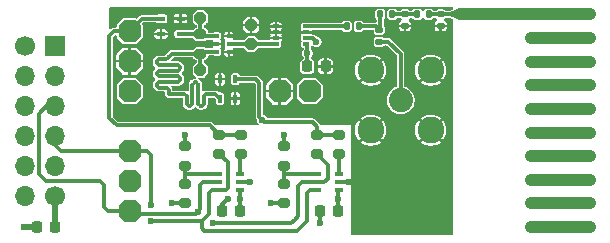
<source format=gbr>
%TF.GenerationSoftware,KiCad,Pcbnew,9.0.7*%
%TF.CreationDate,2026-01-30T12:17:07+01:00*%
%TF.ProjectId,rfiq-1,72666971-2d31-42e6-9b69-6361645f7063,1a*%
%TF.SameCoordinates,Original*%
%TF.FileFunction,Copper,L1,Top*%
%TF.FilePolarity,Positive*%
%FSLAX46Y46*%
G04 Gerber Fmt 4.6, Leading zero omitted, Abs format (unit mm)*
G04 Created by KiCad (PCBNEW 9.0.7) date 2026-01-30 12:17:07*
%MOMM*%
%LPD*%
G01*
G04 APERTURE LIST*
G04 Aperture macros list*
%AMRoundRect*
0 Rectangle with rounded corners*
0 $1 Rounding radius*
0 $2 $3 $4 $5 $6 $7 $8 $9 X,Y pos of 4 corners*
0 Add a 4 corners polygon primitive as box body*
4,1,4,$2,$3,$4,$5,$6,$7,$8,$9,$2,$3,0*
0 Add four circle primitives for the rounded corners*
1,1,$1+$1,$2,$3*
1,1,$1+$1,$4,$5*
1,1,$1+$1,$6,$7*
1,1,$1+$1,$8,$9*
0 Add four rect primitives between the rounded corners*
20,1,$1+$1,$2,$3,$4,$5,0*
20,1,$1+$1,$4,$5,$6,$7,0*
20,1,$1+$1,$6,$7,$8,$9,0*
20,1,$1+$1,$8,$9,$2,$3,0*%
%AMOutline4P*
0 Free polygon, 4 corners , with rotation*
0 The origin of the aperture is its center*
0 number of corners: always 4*
0 $1 to $8 corner X, Y*
0 $9 Rotation angle, in degrees counterclockwise*
0 create outline with 4 corners*
4,1,4,$1,$2,$3,$4,$5,$6,$7,$8,$1,$2,$9*%
%AMOutline5P*
0 Free polygon, 5 corners , with rotation*
0 The origin of the aperture is its center*
0 number of corners: always 5*
0 $1 to $10 corner X, Y*
0 $11 Rotation angle, in degrees counterclockwise*
0 create outline with 5 corners*
4,1,5,$1,$2,$3,$4,$5,$6,$7,$8,$9,$10,$1,$2,$11*%
%AMOutline6P*
0 Free polygon, 6 corners , with rotation*
0 The origin of the aperture is its center*
0 number of corners: always 6*
0 $1 to $12 corner X, Y*
0 $13 Rotation angle, in degrees counterclockwise*
0 create outline with 6 corners*
4,1,6,$1,$2,$3,$4,$5,$6,$7,$8,$9,$10,$11,$12,$1,$2,$13*%
%AMOutline7P*
0 Free polygon, 7 corners , with rotation*
0 The origin of the aperture is its center*
0 number of corners: always 7*
0 $1 to $14 corner X, Y*
0 $15 Rotation angle, in degrees counterclockwise*
0 create outline with 7 corners*
4,1,7,$1,$2,$3,$4,$5,$6,$7,$8,$9,$10,$11,$12,$13,$14,$1,$2,$15*%
%AMOutline8P*
0 Free polygon, 8 corners , with rotation*
0 The origin of the aperture is its center*
0 number of corners: always 8*
0 $1 to $16 corner X, Y*
0 $17 Rotation angle, in degrees counterclockwise*
0 create outline with 8 corners*
4,1,8,$1,$2,$3,$4,$5,$6,$7,$8,$9,$10,$11,$12,$13,$14,$15,$16,$1,$2,$17*%
G04 Aperture macros list end*
%TA.AperFunction,EtchedComponent*%
%ADD10C,1.000000*%
%TD*%
%TA.AperFunction,SMDPad,CuDef*%
%ADD11RoundRect,0.100000X0.275000X0.100000X-0.275000X0.100000X-0.275000X-0.100000X0.275000X-0.100000X0*%
%TD*%
%TA.AperFunction,ComponentPad*%
%ADD12Outline8P,-0.950000X0.475000X-0.475000X0.950000X0.475000X0.950000X0.950000X0.475000X0.950000X-0.475000X0.475000X-0.950000X-0.475000X-0.950000X-0.950000X-0.475000X0.000000*%
%TD*%
%TA.AperFunction,SMDPad,CuDef*%
%ADD13Outline8P,-0.500000X0.250000X-0.250000X0.500000X0.250000X0.500000X0.500000X0.250000X0.500000X-0.250000X0.250000X-0.500000X-0.250000X-0.500000X-0.500000X-0.250000X0.000000*%
%TD*%
%TA.AperFunction,SMDPad,CuDef*%
%ADD14RoundRect,0.135000X0.185000X-0.135000X0.185000X0.135000X-0.185000X0.135000X-0.185000X-0.135000X0*%
%TD*%
%TA.AperFunction,SMDPad,CuDef*%
%ADD15RoundRect,0.147500X0.147500X0.172500X-0.147500X0.172500X-0.147500X-0.172500X0.147500X-0.172500X0*%
%TD*%
%TA.AperFunction,SMDPad,CuDef*%
%ADD16RoundRect,0.225000X-0.225000X-0.250000X0.225000X-0.250000X0.225000X0.250000X-0.225000X0.250000X0*%
%TD*%
%TA.AperFunction,SMDPad,CuDef*%
%ADD17RoundRect,0.140000X-0.170000X0.140000X-0.170000X-0.140000X0.170000X-0.140000X0.170000X0.140000X0*%
%TD*%
%TA.AperFunction,SMDPad,CuDef*%
%ADD18RoundRect,0.200000X-0.275000X0.200000X-0.275000X-0.200000X0.275000X-0.200000X0.275000X0.200000X0*%
%TD*%
%TA.AperFunction,SMDPad,CuDef*%
%ADD19RoundRect,0.100000X-0.225000X-0.100000X0.225000X-0.100000X0.225000X0.100000X-0.225000X0.100000X0*%
%TD*%
%TA.AperFunction,SMDPad,CuDef*%
%ADD20RoundRect,0.225000X0.225000X0.250000X-0.225000X0.250000X-0.225000X-0.250000X0.225000X-0.250000X0*%
%TD*%
%TA.AperFunction,ComponentPad*%
%ADD21C,1.000000*%
%TD*%
%TA.AperFunction,SMDPad,CuDef*%
%ADD22Outline4P,-0.350000X-0.400000X0.350000X-0.400000X0.050000X0.400000X-0.050000X0.400000X90.000000*%
%TD*%
%TA.AperFunction,SMDPad,CuDef*%
%ADD23RoundRect,0.135000X0.135000X0.185000X-0.135000X0.185000X-0.135000X-0.185000X0.135000X-0.185000X0*%
%TD*%
%TA.AperFunction,ComponentPad*%
%ADD24C,2.050000*%
%TD*%
%TA.AperFunction,ComponentPad*%
%ADD25C,2.250000*%
%TD*%
%TA.AperFunction,SMDPad,CuDef*%
%ADD26RoundRect,0.049500X0.115500X-0.155500X0.115500X0.155500X-0.115500X0.155500X-0.115500X-0.155500X0*%
%TD*%
%TA.AperFunction,ComponentPad*%
%ADD27R,1.700000X1.700000*%
%TD*%
%TA.AperFunction,ComponentPad*%
%ADD28O,1.700000X1.700000*%
%TD*%
%TA.AperFunction,ComponentPad*%
%ADD29C,1.700000*%
%TD*%
%TA.AperFunction,SMDPad,CuDef*%
%ADD30RoundRect,0.100000X0.100000X-0.275000X0.100000X0.275000X-0.100000X0.275000X-0.100000X-0.275000X0*%
%TD*%
%TA.AperFunction,SMDPad,CuDef*%
%ADD31RoundRect,0.135000X-0.135000X-0.185000X0.135000X-0.185000X0.135000X0.185000X-0.135000X0.185000X0*%
%TD*%
%TA.AperFunction,SMDPad,CuDef*%
%ADD32RoundRect,0.087500X0.200000X0.087500X-0.200000X0.087500X-0.200000X-0.087500X0.200000X-0.087500X0*%
%TD*%
%TA.AperFunction,HeatsinkPad*%
%ADD33R,1.450000X1.740000*%
%TD*%
%TA.AperFunction,ViaPad*%
%ADD34C,0.600000*%
%TD*%
%TA.AperFunction,Conductor*%
%ADD35C,0.300000*%
%TD*%
%TA.AperFunction,Conductor*%
%ADD36C,0.320000*%
%TD*%
%TA.AperFunction,Conductor*%
%ADD37C,0.500000*%
%TD*%
G04 APERTURE END LIST*
D10*
%TO.C,AE1*%
X198250000Y-83800000D02*
X209250000Y-83800000D01*
X209250000Y-85800000D02*
X204250000Y-85800000D01*
X209250000Y-87800000D02*
X204250000Y-87800000D01*
X209250000Y-89800000D02*
X204250000Y-89800000D01*
X209250000Y-91800000D02*
X204250000Y-91800000D01*
X209250000Y-93800000D02*
X204250000Y-93800000D01*
X209250000Y-95800000D02*
X204250000Y-95800000D01*
X209250000Y-97800000D02*
X204250000Y-97800000D01*
X209250000Y-99800000D02*
X204250000Y-99800000D01*
X209250000Y-101800000D02*
X204250000Y-101800000D01*
%TD*%
D11*
%TO.P,Q2,1,D*%
%TO.N,/RF1*%
X174625000Y-85450000D03*
%TO.P,Q2,2,S*%
%TO.N,GND*%
X174625000Y-84150000D03*
%TO.P,Q2,3,G*%
%TO.N,/GQ2*%
X172975000Y-84150000D03*
%TO.P,Q2,4,S*%
%TO.N,GND*%
X172975000Y-85450000D03*
%TD*%
D12*
%TO.P,TP10,1,1*%
%TO.N,GND*%
X170300000Y-97920000D03*
%TD*%
%TO.P,TP6,1,1*%
%TO.N,/GQ1*%
X170300000Y-90300000D03*
%TD*%
D13*
%TO.P,TP8,1,1*%
%TO.N,/RF2*%
X176300000Y-88500000D03*
%TD*%
D14*
%TO.P,R10,1*%
%TO.N,/ANT_CONN*%
X191450000Y-86110000D03*
%TO.P,R10,2*%
%TO.N,/AS*%
X191450000Y-85090000D03*
%TD*%
D12*
%TO.P,TP2,1,1*%
%TO.N,/SCL*%
X170300000Y-100460000D03*
%TD*%
D15*
%TO.P,L1,1,1*%
%TO.N,/PCB_ANT*%
X195615000Y-83800000D03*
%TO.P,L1,2,2*%
%TO.N,/COMP*%
X194645000Y-83800000D03*
%TD*%
D12*
%TO.P,TP5,1,1*%
%TO.N,GND*%
X170300000Y-87760000D03*
%TD*%
D13*
%TO.P,TP3,1,1*%
%TO.N,/RF1*%
X176300000Y-84100000D03*
%TD*%
D16*
%TO.P,C1,1*%
%TO.N,VCC*%
X185350000Y-88200000D03*
%TO.P,C1,2*%
%TO.N,GND*%
X186900000Y-88200000D03*
%TD*%
D17*
%TO.P,C4,1*%
%TO.N,/COMP*%
X193630000Y-83800000D03*
%TO.P,C4,2*%
%TO.N,GND*%
X193630000Y-84760000D03*
%TD*%
D12*
%TO.P,TP4,1,1*%
%TO.N,/IO1*%
X185540000Y-90300000D03*
%TD*%
D18*
%TO.P,R9,1*%
%TO.N,/GQ1*%
X186200000Y-93975000D03*
%TO.P,R9,2*%
%TO.N,/SCL*%
X186200000Y-95625000D03*
%TD*%
D19*
%TO.P,U5,1,ADDR*%
%TO.N,Net-(U5-ADDR)*%
X177750000Y-97350000D03*
%TO.P,U5,2,SCL*%
%TO.N,/SCL*%
X177750000Y-98000000D03*
%TO.P,U5,3,SDA*%
%TO.N,/SDA*%
X177750000Y-98650000D03*
%TO.P,U5,4,VDD*%
%TO.N,VCC*%
X179650000Y-98650000D03*
%TO.P,U5,5,GND*%
%TO.N,GND*%
X179650000Y-98000000D03*
%TO.P,U5,6,VOUT*%
%TO.N,Net-(U5-VOUT)*%
X179650000Y-97350000D03*
%TD*%
D18*
%TO.P,R1,1*%
%TO.N,/RF1*%
X176300000Y-85475000D03*
%TO.P,R1,2*%
%TO.N,/RF2*%
X176300000Y-87125000D03*
%TD*%
D12*
%TO.P,TP7,1,1*%
%TO.N,/GQ2*%
X170300000Y-85220000D03*
%TD*%
D18*
%TO.P,R2,1*%
%TO.N,Net-(U2-ADDR)*%
X183400000Y-98150000D03*
%TO.P,R2,2*%
%TO.N,GND*%
X183400000Y-99800000D03*
%TD*%
%TO.P,R7,1*%
%TO.N,/GQ2*%
X177900000Y-93975000D03*
%TO.P,R7,2*%
%TO.N,/SDA*%
X177900000Y-95625000D03*
%TD*%
D12*
%TO.P,TP13,1,1*%
%TO.N,GND*%
X183000000Y-90300000D03*
%TD*%
D18*
%TO.P,R8,1*%
%TO.N,/GQ1*%
X188000000Y-93975000D03*
%TO.P,R8,2*%
%TO.N,Net-(U2-VOUT)*%
X188000000Y-95625000D03*
%TD*%
D20*
%TO.P,C10,1*%
%TO.N,VCC*%
X187975000Y-100400000D03*
%TO.P,C10,2*%
%TO.N,GND*%
X186425000Y-100400000D03*
%TD*%
D21*
%TO.P,AE1,*%
%TO.N,*%
X209250000Y-83800000D03*
X209250000Y-85800000D03*
X204250000Y-85800000D03*
X209250000Y-87800000D03*
X204250000Y-87800000D03*
X209250000Y-89800000D03*
X204250000Y-89800000D03*
X209250000Y-91800000D03*
X204250000Y-91800000D03*
X209250000Y-93800000D03*
X204250000Y-93800000D03*
X209250000Y-95800000D03*
X204250000Y-95800000D03*
X209250000Y-97800000D03*
X204250000Y-97800000D03*
X209250000Y-99800000D03*
X204250000Y-99800000D03*
X209250000Y-101800000D03*
X204250000Y-101800000D03*
D22*
%TO.P,AE1,1,A*%
%TO.N,/PCB_ANT*%
X197550000Y-83800000D03*
%TD*%
D18*
%TO.P,R5,1*%
%TO.N,/GQ2*%
X179700000Y-93975000D03*
%TO.P,R5,2*%
%TO.N,Net-(U5-VOUT)*%
X179700000Y-95625000D03*
%TD*%
D12*
%TO.P,TP1,1,1*%
%TO.N,/SDA*%
X170300000Y-95380000D03*
%TD*%
D23*
%TO.P,R12,1*%
%TO.N,/AS*%
X189710000Y-84800000D03*
%TO.P,R12,2*%
%TO.N,/ANT*%
X188690000Y-84800000D03*
%TD*%
D13*
%TO.P,TP9,1,1*%
%TO.N,/ADG*%
X180600000Y-86300000D03*
%TD*%
D18*
%TO.P,R6,1*%
%TO.N,Net-(U5-ADDR)*%
X175000000Y-98150000D03*
%TO.P,R6,2*%
%TO.N,GND*%
X175000000Y-99800000D03*
%TD*%
D24*
%TO.P,J1,1,In*%
%TO.N,/ANT_CONN*%
X193260000Y-91060000D03*
D25*
%TO.P,J1,2,Ext*%
%TO.N,GND*%
X195800000Y-88520000D03*
X190720000Y-88520000D03*
X195800000Y-93600000D03*
X190720000Y-93600000D03*
%TD*%
D20*
%TO.P,C11,1*%
%TO.N,VCC*%
X179675000Y-100400000D03*
%TO.P,C11,2*%
%TO.N,GND*%
X178125000Y-100400000D03*
%TD*%
D26*
%TO.P,U3,1,GND*%
%TO.N,GND*%
X178691500Y-86960000D03*
%TO.P,U3,2,In*%
%TO.N,/ADG*%
X178695000Y-86300000D03*
%TO.P,U3,3,GND*%
%TO.N,GND*%
X178695000Y-85640000D03*
%TO.P,U3,4,Out1*%
%TO.N,/RF1*%
X177705000Y-85640000D03*
%TO.P,U3,5,GND*%
%TO.N,GND*%
X177705000Y-86300000D03*
%TO.P,U3,6,Out2*%
%TO.N,/RF2*%
X177705000Y-86960000D03*
%TD*%
D27*
%TO.P,J4,1,Pin_1*%
%TO.N,/IO1*%
X163950000Y-86490000D03*
D28*
%TO.P,J4,2,Pin_2*%
%TO.N,unconnected-(J4-Pin_2-Pad2)*%
X163950000Y-89030000D03*
%TO.P,J4,3,Pin_3*%
%TO.N,/SCL*%
X163950000Y-91570000D03*
%TO.P,J4,4,Pin_4*%
%TO.N,/SDA*%
X163950000Y-94110000D03*
%TO.P,J4,5,Pin_5*%
%TO.N,GND*%
X163950000Y-96650000D03*
D29*
%TO.P,J4,6,Pin_6*%
%TO.N,VCC*%
X163950000Y-99190000D03*
%TO.P,J4,7,Pin_7*%
%TO.N,unconnected-(J4-Pin_7-Pad7)*%
X161410000Y-86490000D03*
D28*
%TO.P,J4,8,Pin_8*%
%TO.N,unconnected-(J4-Pin_8-Pad8)*%
X161410000Y-89030000D03*
%TO.P,J4,9,Pin_9*%
%TO.N,unconnected-(J4-Pin_9-Pad9)*%
X161410000Y-91570000D03*
%TO.P,J4,10,Pin_10*%
%TO.N,unconnected-(J4-Pin_10-Pad10)*%
X161410000Y-94110000D03*
%TO.P,J4,11,Pin_11*%
%TO.N,GND*%
X161410000Y-96650000D03*
%TO.P,J4,12,Pin_12*%
%TO.N,VBAT*%
X161410000Y-99190000D03*
%TD*%
D13*
%TO.P,TP14,1,1*%
%TO.N,GND*%
X180600000Y-84700000D03*
%TD*%
D18*
%TO.P,R4,1*%
%TO.N,VCC*%
X175000000Y-94950000D03*
%TO.P,R4,2*%
%TO.N,Net-(U5-ADDR)*%
X175000000Y-96600000D03*
%TD*%
%TO.P,R3,1*%
%TO.N,VCC*%
X183400000Y-94950000D03*
%TO.P,R3,2*%
%TO.N,Net-(U2-ADDR)*%
X183400000Y-96600000D03*
%TD*%
D30*
%TO.P,Q1,1,D*%
%TO.N,/RF2*%
X177950000Y-90925000D03*
%TO.P,Q1,2,S*%
%TO.N,GND*%
X179250000Y-90925000D03*
%TO.P,Q1,3,G*%
%TO.N,/GQ1*%
X179250000Y-89275000D03*
%TO.P,Q1,4,S*%
%TO.N,GND*%
X177950000Y-89275000D03*
%TD*%
D31*
%TO.P,R11,1*%
%TO.N,/AS*%
X191530000Y-83800000D03*
%TO.P,R11,2*%
%TO.N,/COMP*%
X192550000Y-83800000D03*
%TD*%
D17*
%TO.P,C3,1*%
%TO.N,/PCB_ANT*%
X196630000Y-83800000D03*
%TO.P,C3,2*%
%TO.N,GND*%
X196630000Y-84760000D03*
%TD*%
D20*
%TO.P,C2,1*%
%TO.N,VCC*%
X163975000Y-101800000D03*
%TO.P,C2,2*%
%TO.N,GND*%
X162425000Y-101800000D03*
%TD*%
D32*
%TO.P,U1,1,VDD*%
%TO.N,VCC*%
X185277500Y-86315000D03*
%TO.P,U1,2,CTRL*%
%TO.N,/IO1*%
X185277500Y-85815000D03*
%TO.P,U1,3,GND*%
%TO.N,GND*%
X185277500Y-85315000D03*
%TO.P,U1,4,RF1*%
%TO.N,/ANT*%
X185277500Y-84815000D03*
%TO.P,U1,5,GND*%
%TO.N,GND*%
X182702500Y-84815000D03*
%TO.P,U1,6,GND*%
X182702500Y-85315000D03*
%TO.P,U1,7,GND*%
X182702500Y-85815000D03*
%TO.P,U1,8,RF2*%
%TO.N,/ADG*%
X182702500Y-86315000D03*
D33*
%TO.P,U1,9,GND*%
%TO.N,GND*%
X183990000Y-85565000D03*
%TD*%
D19*
%TO.P,U2,1,ADDR*%
%TO.N,Net-(U2-ADDR)*%
X186150000Y-97350000D03*
%TO.P,U2,2,SCL*%
%TO.N,/SCL*%
X186150000Y-98000000D03*
%TO.P,U2,3,SDA*%
%TO.N,/SDA*%
X186150000Y-98650000D03*
%TO.P,U2,4,VDD*%
%TO.N,VCC*%
X188050000Y-98650000D03*
%TO.P,U2,5,GND*%
%TO.N,GND*%
X188050000Y-98000000D03*
%TO.P,U2,6,VOUT*%
%TO.N,Net-(U2-VOUT)*%
X188050000Y-97350000D03*
%TD*%
D34*
%TO.N,GND*%
X181900000Y-84500000D03*
X177900000Y-91800000D03*
X182100000Y-86950000D03*
X174950000Y-86200000D03*
X197200000Y-97675000D03*
X197200000Y-100225000D03*
X171900000Y-87500000D03*
X190500000Y-86200000D03*
X197200000Y-92550000D03*
X177750000Y-87650000D03*
X194000000Y-88300000D03*
X178500000Y-92200000D03*
X192300000Y-84600000D03*
X186500000Y-85425000D03*
X177100000Y-86300000D03*
X190800000Y-83500000D03*
X177300000Y-88100000D03*
X197200000Y-95725000D03*
X175400000Y-84750000D03*
X180500000Y-98000000D03*
X171900000Y-89600000D03*
X193375000Y-102150000D03*
X177300000Y-88700000D03*
X177300000Y-84200000D03*
X182300000Y-99800000D03*
X177300000Y-91400000D03*
X171900000Y-88200000D03*
X189900000Y-85700000D03*
X182400000Y-84100000D03*
X197200000Y-98325000D03*
X197200000Y-97025000D03*
X173100000Y-86900000D03*
X192600000Y-88300000D03*
X195925000Y-102150000D03*
X197200000Y-98975000D03*
X197200000Y-102150000D03*
X188600000Y-84000000D03*
X172350000Y-84800000D03*
X197200000Y-95100000D03*
X193000000Y-85600000D03*
X197200000Y-91275000D03*
X185100000Y-84150000D03*
X172800000Y-86200000D03*
X173900000Y-84700000D03*
X187200000Y-85425000D03*
X175400000Y-83500000D03*
X184400000Y-84200000D03*
X178350000Y-84850000D03*
X191450000Y-102150000D03*
X190800000Y-84190000D03*
X178400000Y-90100000D03*
X195150000Y-85750000D03*
X184150000Y-86900000D03*
X193400000Y-86300000D03*
X181450000Y-85650000D03*
X192600000Y-89000000D03*
X182750000Y-86950000D03*
X192100000Y-102150000D03*
X194400000Y-85200000D03*
X189200000Y-85700000D03*
X188900000Y-98000000D03*
X195950000Y-85350000D03*
X187150000Y-89200000D03*
X192600000Y-87600000D03*
X177000000Y-92000000D03*
X177250000Y-83600000D03*
X183100000Y-84150000D03*
X192250000Y-85350000D03*
X183750000Y-84200000D03*
X172000000Y-86400000D03*
X190800000Y-102150000D03*
X178700000Y-91600000D03*
X185750000Y-84150000D03*
X173300000Y-91200000D03*
X197200000Y-90650000D03*
X194000000Y-89000000D03*
X184450000Y-87500000D03*
X194025000Y-102150000D03*
X196100000Y-86050000D03*
X187200000Y-84200000D03*
X194550000Y-84600000D03*
X175700000Y-86300000D03*
X197200000Y-99600000D03*
X187900000Y-84200000D03*
X180700000Y-87300000D03*
X194675000Y-102150000D03*
X188000000Y-85425000D03*
X174500000Y-91700000D03*
X190100000Y-102150000D03*
X193850000Y-85550000D03*
X189300000Y-84000000D03*
X177200000Y-89800000D03*
X181900000Y-85150000D03*
X175000000Y-92200000D03*
X197200000Y-85450000D03*
X178400000Y-87750000D03*
X194000000Y-87600000D03*
X176400000Y-92200000D03*
X177050000Y-84800000D03*
X186400000Y-101500000D03*
X172700000Y-90700000D03*
X175700000Y-92200000D03*
X192800000Y-85000000D03*
X195200000Y-84550000D03*
X173900000Y-91400000D03*
X183450000Y-86900000D03*
X179200000Y-87600000D03*
X181400000Y-87000000D03*
X172000000Y-90300000D03*
X197200000Y-94475000D03*
X173800000Y-83500000D03*
X175300000Y-88100000D03*
X179400000Y-85600000D03*
X192725000Y-102150000D03*
X180100000Y-91400000D03*
X175300000Y-88800000D03*
X197200000Y-101500000D03*
X196550000Y-85550000D03*
X174300000Y-86100000D03*
X173700000Y-86400000D03*
X193900000Y-86900000D03*
X197200000Y-100850000D03*
X197200000Y-96375000D03*
X178600000Y-88600000D03*
X197200000Y-91900000D03*
X190600000Y-85500000D03*
X178600000Y-99400000D03*
X195800000Y-84750000D03*
X192200000Y-87000000D03*
X179500000Y-91900000D03*
X188500000Y-85700000D03*
X172000000Y-85400000D03*
X161400000Y-101800000D03*
X179400000Y-86910000D03*
X171900000Y-88900000D03*
X195300000Y-102150000D03*
X179100000Y-84950000D03*
X177600000Y-84900000D03*
X180000000Y-90100000D03*
X190000000Y-84000000D03*
X186500000Y-84200000D03*
X197200000Y-90025000D03*
X172400000Y-87000000D03*
X173900000Y-99800000D03*
X196550000Y-102150000D03*
X180000000Y-87200000D03*
X191500000Y-87000000D03*
X190800000Y-86900000D03*
%TO.N,VCC*%
X163975000Y-100800000D03*
X179675000Y-99400000D03*
X187975000Y-99400000D03*
X175000000Y-94000000D03*
X183400000Y-94000000D03*
X185350000Y-87100000D03*
%TO.N,/IO1*%
X186100000Y-86100000D03*
%TO.N,/SDA*%
X172100000Y-99900000D03*
X172100000Y-101300000D03*
%TO.N,/SCL*%
X177400000Y-101500000D03*
X176100000Y-100500000D03*
%TO.N,/GQ1*%
X181500000Y-92700000D03*
%TD*%
D35*
%TO.N,GND*%
X186425000Y-100400000D02*
X186425000Y-101475000D01*
D36*
X178691500Y-86960000D02*
X179350000Y-86960000D01*
D35*
X179650000Y-98000000D02*
X180500000Y-98000000D01*
D37*
X162425000Y-101800000D02*
X161400000Y-101800000D01*
D35*
X188050000Y-98000000D02*
X188900000Y-98000000D01*
X178125000Y-99875000D02*
X178600000Y-99400000D01*
X178125000Y-100400000D02*
X178125000Y-99875000D01*
X186425000Y-101475000D02*
X186400000Y-101500000D01*
D36*
X179350000Y-86960000D02*
X179400000Y-86910000D01*
D35*
X175000000Y-99800000D02*
X173900000Y-99800000D01*
D36*
X179360000Y-85640000D02*
X179400000Y-85600000D01*
X177705000Y-86300000D02*
X177100000Y-86300000D01*
D35*
X183400000Y-99800000D02*
X182300000Y-99800000D01*
X174625000Y-84150000D02*
X174450000Y-84150000D01*
D36*
X178695000Y-85640000D02*
X179360000Y-85640000D01*
D35*
%TO.N,VCC*%
X185350000Y-88200000D02*
X185350000Y-86387500D01*
D37*
X163975000Y-100500000D02*
X163975000Y-99215000D01*
D35*
X187975000Y-98725000D02*
X188050000Y-98650000D01*
D37*
X163975000Y-100500000D02*
X163975000Y-100800000D01*
D35*
X179675000Y-100400000D02*
X179675000Y-98675000D01*
X187975000Y-99400000D02*
X187975000Y-98725000D01*
D37*
X163975000Y-99215000D02*
X163950000Y-99190000D01*
D35*
X183400000Y-94950000D02*
X183400000Y-94000000D01*
X187975000Y-100400000D02*
X187975000Y-99400000D01*
X179675000Y-98675000D02*
X179650000Y-98650000D01*
D37*
X163975000Y-101800000D02*
X163975000Y-100500000D01*
D35*
X185350000Y-86387500D02*
X185277500Y-86315000D01*
X175000000Y-94950000D02*
X175000000Y-94000000D01*
%TO.N,/IO1*%
X185815000Y-85815000D02*
X185277500Y-85815000D01*
X186100000Y-86100000D02*
X185815000Y-85815000D01*
%TO.N,/SDA*%
X177000000Y-100700000D02*
X176400000Y-101300000D01*
X172100000Y-101300000D02*
X176400000Y-101300000D01*
X177750000Y-98650000D02*
X177250000Y-98650000D01*
X171780000Y-95380000D02*
X170300000Y-95380000D01*
X184500000Y-102100000D02*
X176600000Y-102100000D01*
X163950000Y-94110000D02*
X163950000Y-94830000D01*
X177250000Y-98650000D02*
X177000000Y-98900000D01*
X176400000Y-101900000D02*
X176400000Y-101300000D01*
X176600000Y-102100000D02*
X176400000Y-101900000D01*
X177750000Y-98650000D02*
X178450000Y-98650000D01*
X185300000Y-101300000D02*
X184500000Y-102100000D01*
X164500000Y-95380000D02*
X170300000Y-95380000D01*
X185550000Y-98650000D02*
X185300000Y-98900000D01*
X172100000Y-99900000D02*
X172100000Y-95700000D01*
X186150000Y-98650000D02*
X185550000Y-98650000D01*
X178450000Y-98650000D02*
X178600000Y-98500000D01*
X172100000Y-95700000D02*
X171780000Y-95380000D01*
X185300000Y-98900000D02*
X185300000Y-101300000D01*
X163950000Y-94830000D02*
X164500000Y-95380000D01*
X178600000Y-98500000D02*
X178600000Y-96325000D01*
X177000000Y-98900000D02*
X177000000Y-100700000D01*
X178600000Y-96325000D02*
X177900000Y-95625000D01*
%TO.N,/SCL*%
X186150000Y-98000000D02*
X184900000Y-98000000D01*
X162600000Y-92200000D02*
X162600000Y-97300000D01*
X186150000Y-98000000D02*
X186800000Y-98000000D01*
X168100000Y-100100000D02*
X168460000Y-100460000D01*
X176300000Y-100300000D02*
X176100000Y-100500000D01*
X176300000Y-98200000D02*
X176300000Y-100300000D01*
X186800000Y-98000000D02*
X187100000Y-97700000D01*
X175900000Y-100700000D02*
X170540000Y-100700000D01*
X163200000Y-97900000D02*
X167800000Y-97900000D01*
X184600000Y-100900000D02*
X184300000Y-101200000D01*
X162600000Y-97300000D02*
X163200000Y-97900000D01*
X184300000Y-101200000D02*
X184000000Y-101500000D01*
X170540000Y-100700000D02*
X170300000Y-100460000D01*
X168460000Y-100460000D02*
X170300000Y-100460000D01*
X167800000Y-97900000D02*
X168100000Y-98200000D01*
X176500000Y-98000000D02*
X176300000Y-98200000D01*
X184900000Y-98000000D02*
X184600000Y-98300000D01*
X176100000Y-100500000D02*
X175900000Y-100700000D01*
X184600000Y-98300000D02*
X184600000Y-100900000D01*
X187100000Y-97700000D02*
X187100000Y-96525000D01*
X179000000Y-101500000D02*
X177400000Y-101500000D01*
X187100000Y-96525000D02*
X186200000Y-95625000D01*
X184000000Y-101500000D02*
X179000000Y-101500000D01*
X168100000Y-98200000D02*
X168100000Y-100100000D01*
X163950000Y-91570000D02*
X163230000Y-91570000D01*
X163230000Y-91570000D02*
X162600000Y-92200000D01*
X177750000Y-98000000D02*
X176500000Y-98000000D01*
D36*
%TO.N,/ANT*%
X185277500Y-84815000D02*
X188675000Y-84815000D01*
X188675000Y-84815000D02*
X188690000Y-84800000D01*
%TO.N,/RF2*%
X173408000Y-89512000D02*
X172792000Y-89512000D01*
X173600000Y-89512000D02*
X173408000Y-89512000D01*
X172792000Y-88072000D02*
X173408000Y-88072000D01*
X177705000Y-86960000D02*
X176465000Y-86960000D01*
X172792000Y-89992000D02*
X173408000Y-89992000D01*
X176300000Y-87125000D02*
X173875000Y-87125000D01*
X173875000Y-87125000D02*
X173600000Y-87400000D01*
X174408000Y-89512000D02*
X173600000Y-89512000D01*
X176111759Y-90550000D02*
X176111759Y-89746000D01*
X173600000Y-88072000D02*
X174408000Y-88072000D01*
X174600000Y-88264000D02*
X174600000Y-88360000D01*
X173600000Y-90280000D02*
X173600000Y-90500000D01*
X175131759Y-91354000D02*
X175131759Y-90746000D01*
X173600000Y-89032000D02*
X174408000Y-89032000D01*
X173408000Y-88072000D02*
X173600000Y-88072000D01*
X175621759Y-90550000D02*
X175621759Y-90746000D01*
X176300000Y-87125000D02*
X176300000Y-88500000D01*
X174408000Y-88552000D02*
X173600000Y-88552000D01*
X177575000Y-90550000D02*
X177950000Y-90925000D01*
X175425759Y-91550000D02*
X175327759Y-91550000D01*
X173600000Y-88552000D02*
X172792000Y-88552000D01*
X172792000Y-89032000D02*
X173600000Y-89032000D01*
X174935759Y-90550000D02*
X174837759Y-90550000D01*
X173650000Y-90550000D02*
X173600000Y-90500000D01*
X176111759Y-90746000D02*
X176111759Y-90550000D01*
X172600000Y-88744000D02*
X172600000Y-88840000D01*
X174600000Y-90550000D02*
X174301030Y-90550000D01*
X176465000Y-86960000D02*
X176300000Y-87125000D01*
X174600000Y-89224000D02*
X174600000Y-89320000D01*
X172600000Y-87784000D02*
X172600000Y-87880000D01*
X175621759Y-89746000D02*
X175621759Y-90550000D01*
X176797759Y-90550000D02*
X177575000Y-90550000D01*
X174301030Y-90550000D02*
X173650000Y-90550000D01*
X175915759Y-89550000D02*
X175817759Y-89550000D01*
X176405759Y-91550000D02*
X176307759Y-91550000D01*
X173600000Y-90184000D02*
X173600000Y-90280000D01*
X172600000Y-89704000D02*
X172600000Y-89800000D01*
X176111759Y-91354000D02*
X176111759Y-90746000D01*
X173408000Y-87592000D02*
X172792000Y-87592000D01*
X176601759Y-90746000D02*
X176601759Y-91354000D01*
X175621759Y-90746000D02*
X175621759Y-91354000D01*
X174837759Y-90550000D02*
X174600000Y-90550000D01*
X172792000Y-89512000D02*
G75*
G03*
X172600000Y-89704000I0J-192000D01*
G01*
X175327759Y-91550000D02*
G75*
G02*
X175131800Y-91354000I41J196000D01*
G01*
X176111759Y-89746000D02*
G75*
G03*
X175915759Y-89550041I-195959J0D01*
G01*
X172600000Y-88840000D02*
G75*
G03*
X172792000Y-89032000I192000J0D01*
G01*
X173600000Y-87400000D02*
G75*
G02*
X173408000Y-87592000I-192000J0D01*
G01*
X172600000Y-89800000D02*
G75*
G03*
X172792000Y-89992000I192000J0D01*
G01*
X176601759Y-91354000D02*
G75*
G02*
X176405759Y-91549959I-195959J0D01*
G01*
X174408000Y-88072000D02*
G75*
G02*
X174600000Y-88264000I0J-192000D01*
G01*
X175621759Y-91354000D02*
G75*
G02*
X175425759Y-91549959I-195959J0D01*
G01*
X174600000Y-89320000D02*
G75*
G02*
X174408000Y-89512000I-192000J0D01*
G01*
X176797759Y-90550000D02*
G75*
G03*
X176601800Y-90746000I41J-196000D01*
G01*
X172600000Y-87880000D02*
G75*
G03*
X172792000Y-88072000I192000J0D01*
G01*
X172792000Y-87592000D02*
G75*
G03*
X172600000Y-87784000I0J-192000D01*
G01*
X175131759Y-90746000D02*
G75*
G03*
X174935759Y-90550041I-195959J0D01*
G01*
X175817759Y-89550000D02*
G75*
G03*
X175621800Y-89746000I41J-196000D01*
G01*
X174600000Y-88360000D02*
G75*
G02*
X174408000Y-88552000I-192000J0D01*
G01*
X176307759Y-91550000D02*
G75*
G02*
X176111800Y-91354000I41J196000D01*
G01*
X174408000Y-89032000D02*
G75*
G02*
X174600000Y-89224000I0J-192000D01*
G01*
X172792000Y-88552000D02*
G75*
G03*
X172600000Y-88744000I0J-192000D01*
G01*
X173408000Y-89992000D02*
G75*
G02*
X173600000Y-90184000I0J-192000D01*
G01*
%TO.N,/RF1*%
X174625000Y-85450000D02*
X176275000Y-85450000D01*
X176300000Y-85475000D02*
X176300000Y-84100000D01*
X177705000Y-85640000D02*
X176465000Y-85640000D01*
X176465000Y-85640000D02*
X176300000Y-85475000D01*
X176275000Y-85450000D02*
X176300000Y-85475000D01*
%TO.N,/ADG*%
X178695000Y-86300000D02*
X182687500Y-86300000D01*
X182687500Y-86300000D02*
X182702500Y-86315000D01*
D35*
%TO.N,/GQ1*%
X185800000Y-92900000D02*
X186200000Y-93300000D01*
X181700000Y-92900000D02*
X185800000Y-92900000D01*
X179250000Y-89275000D02*
X180975000Y-89275000D01*
X181500000Y-92700000D02*
X181700000Y-92900000D01*
X181300000Y-89600000D02*
X181300000Y-92500000D01*
X180975000Y-89275000D02*
X181300000Y-89600000D01*
X186200000Y-93300000D02*
X186200000Y-93975000D01*
X181300000Y-92500000D02*
X181500000Y-92700000D01*
X188000000Y-93975000D02*
X186200000Y-93975000D01*
%TO.N,/GQ2*%
X168980000Y-85220000D02*
X168600000Y-85600000D01*
X179700000Y-93975000D02*
X177900000Y-93975000D01*
X168600000Y-92600000D02*
X169200000Y-93200000D01*
X170300000Y-85220000D02*
X168980000Y-85220000D01*
X171370000Y-84150000D02*
X170300000Y-85220000D01*
X168600000Y-85600000D02*
X168600000Y-92600000D01*
X169200000Y-93200000D02*
X177125000Y-93200000D01*
X177125000Y-93200000D02*
X177900000Y-93975000D01*
X172975000Y-84150000D02*
X171370000Y-84150000D01*
%TO.N,Net-(U2-ADDR)*%
X183450000Y-97350000D02*
X183400000Y-97400000D01*
X183400000Y-98150000D02*
X183400000Y-97400000D01*
X186150000Y-97350000D02*
X183450000Y-97350000D01*
X183400000Y-97400000D02*
X183400000Y-96600000D01*
%TO.N,Net-(U5-ADDR)*%
X175000000Y-97300000D02*
X175000000Y-98150000D01*
X175000000Y-96600000D02*
X175000000Y-97300000D01*
X175050000Y-97350000D02*
X175000000Y-97300000D01*
X177750000Y-97350000D02*
X175050000Y-97350000D01*
%TO.N,Net-(U5-VOUT)*%
X179650000Y-95675000D02*
X179700000Y-95625000D01*
X179650000Y-97350000D02*
X179650000Y-95675000D01*
%TO.N,Net-(U2-VOUT)*%
X188050000Y-95675000D02*
X188000000Y-95625000D01*
X188050000Y-97350000D02*
X188050000Y-95675000D01*
D36*
%TO.N,/PCB_ANT*%
X196630000Y-83800000D02*
X195615000Y-83800000D01*
X196630000Y-83800000D02*
X197439000Y-83800000D01*
%TO.N,/COMP*%
X192550000Y-83800000D02*
X193630000Y-83800000D01*
X194645000Y-83800000D02*
X193630000Y-83800000D01*
%TO.N,/ANT_CONN*%
X193260000Y-91060000D02*
X193260000Y-87160000D01*
X192210000Y-86110000D02*
X191450000Y-86110000D01*
X193260000Y-87160000D02*
X192210000Y-86110000D01*
%TO.N,/AS*%
X191530000Y-84800000D02*
X191530000Y-85010000D01*
X189710000Y-84800000D02*
X191160000Y-84800000D01*
X191530000Y-85010000D02*
X191450000Y-85090000D01*
X191515000Y-84815000D02*
X191530000Y-84800000D01*
X191530000Y-83800000D02*
X191530000Y-84800000D01*
X191160000Y-84800000D02*
X191450000Y-85090000D01*
%TD*%
%TA.AperFunction,Conductor*%
%TO.N,GND*%
G36*
X175695012Y-87457174D02*
G01*
X175709167Y-87477000D01*
X175735801Y-87531482D01*
X175735802Y-87531483D01*
X175818517Y-87614198D01*
X175923607Y-87665573D01*
X175926166Y-87665945D01*
X175927623Y-87666813D01*
X175929096Y-87667269D01*
X175928985Y-87667625D01*
X175946238Y-87677904D01*
X175967826Y-87686846D01*
X175969981Y-87692049D01*
X175974820Y-87694932D01*
X175989500Y-87739172D01*
X175989500Y-87819864D01*
X175967826Y-87872190D01*
X175956614Y-87881392D01*
X175954067Y-87883093D01*
X175954066Y-87883094D01*
X175683099Y-88154060D01*
X175683098Y-88154062D01*
X175658233Y-88191277D01*
X175658232Y-88191279D01*
X175649499Y-88235180D01*
X175649499Y-88520000D01*
X175649499Y-88764827D01*
X175653865Y-88786775D01*
X175658231Y-88808724D01*
X175683092Y-88845931D01*
X175683094Y-88845933D01*
X175683097Y-88845937D01*
X175832137Y-88994977D01*
X175950334Y-89113174D01*
X175972008Y-89165500D01*
X175950334Y-89217826D01*
X175898008Y-89239500D01*
X175872715Y-89239500D01*
X175872574Y-89239489D01*
X175848388Y-89239493D01*
X175848291Y-89239453D01*
X175760794Y-89239469D01*
X175760628Y-89239470D01*
X175649362Y-89264887D01*
X175649360Y-89264888D01*
X175649358Y-89264888D01*
X175546544Y-89314420D01*
X175546535Y-89314426D01*
X175457317Y-89385592D01*
X175386164Y-89474831D01*
X175336651Y-89577664D01*
X175336649Y-89577671D01*
X175311258Y-89688932D01*
X175311259Y-89729060D01*
X175311259Y-90246859D01*
X175289585Y-90299185D01*
X175237259Y-90320859D01*
X175205162Y-90313536D01*
X175129887Y-90277300D01*
X175104066Y-90264870D01*
X175104064Y-90264869D01*
X175104063Y-90264869D01*
X174992768Y-90239488D01*
X174935705Y-90239499D01*
X174935694Y-90239500D01*
X173984500Y-90239500D01*
X173932174Y-90217826D01*
X173910500Y-90165500D01*
X173910500Y-90127384D01*
X173897183Y-90069038D01*
X173885303Y-90016984D01*
X173862975Y-89970621D01*
X173842743Y-89928608D01*
X173839566Y-89872060D01*
X173877306Y-89829829D01*
X173909414Y-89822500D01*
X174464615Y-89822500D01*
X174464618Y-89822500D01*
X174575016Y-89797303D01*
X174677038Y-89748171D01*
X174765570Y-89677570D01*
X174836171Y-89589038D01*
X174885303Y-89487016D01*
X174910500Y-89376618D01*
X174910500Y-89320000D01*
X174910500Y-89270822D01*
X174910500Y-89183122D01*
X174910500Y-89167382D01*
X174885303Y-89056984D01*
X174836171Y-88954962D01*
X174765570Y-88866430D01*
X174765569Y-88866429D01*
X174765566Y-88866426D01*
X174744787Y-88849856D01*
X174717389Y-88800287D01*
X174733068Y-88745863D01*
X174744787Y-88734144D01*
X174765566Y-88717573D01*
X174765565Y-88717573D01*
X174765570Y-88717570D01*
X174836171Y-88629038D01*
X174885303Y-88527016D01*
X174910500Y-88416618D01*
X174910500Y-88360000D01*
X174910500Y-88310822D01*
X174910500Y-88223122D01*
X174910500Y-88207382D01*
X174885303Y-88096984D01*
X174836171Y-87994962D01*
X174765570Y-87906430D01*
X174677038Y-87835829D01*
X174677037Y-87835828D01*
X174575021Y-87786699D01*
X174575014Y-87786696D01*
X174526159Y-87775546D01*
X174464618Y-87761500D01*
X174464615Y-87761500D01*
X173909414Y-87761500D01*
X173894280Y-87755231D01*
X173877919Y-87754463D01*
X173869139Y-87744817D01*
X173857088Y-87739826D01*
X173850819Y-87724692D01*
X173839794Y-87712580D01*
X173840459Y-87699680D01*
X173835414Y-87687500D01*
X173842451Y-87656005D01*
X173842598Y-87655690D01*
X173885303Y-87567016D01*
X173886243Y-87562893D01*
X173889646Y-87555660D01*
X173895947Y-87549924D01*
X173904281Y-87534831D01*
X173981939Y-87457174D01*
X174034265Y-87435500D01*
X175642686Y-87435500D01*
X175695012Y-87457174D01*
G37*
%TD.AperFunction*%
%TA.AperFunction,Conductor*%
G36*
X197678326Y-83202174D02*
G01*
X197700000Y-83254500D01*
X197700000Y-83331733D01*
X197678326Y-83384059D01*
X197651984Y-83401021D01*
X197533504Y-83445451D01*
X197428607Y-83484788D01*
X197402625Y-83489500D01*
X197070981Y-83489500D01*
X197018655Y-83467826D01*
X196967016Y-83416187D01*
X196932668Y-83401021D01*
X196867662Y-83372318D01*
X196867663Y-83372318D01*
X196862804Y-83371754D01*
X196843373Y-83369500D01*
X196843369Y-83369500D01*
X196416627Y-83369500D01*
X196392340Y-83372317D01*
X196292983Y-83416187D01*
X196241345Y-83467826D01*
X196189019Y-83489500D01*
X196074444Y-83489500D01*
X196022118Y-83467826D01*
X196013392Y-83457317D01*
X196012607Y-83456171D01*
X195933828Y-83377392D01*
X195831909Y-83332391D01*
X195831910Y-83332391D01*
X195826925Y-83331812D01*
X195806991Y-83329500D01*
X195806987Y-83329500D01*
X195423009Y-83329500D01*
X195398097Y-83332389D01*
X195398091Y-83332391D01*
X195296171Y-83377392D01*
X195217391Y-83456172D01*
X195197693Y-83500783D01*
X195156730Y-83539895D01*
X195100108Y-83538586D01*
X195062304Y-83500781D01*
X195042608Y-83456172D01*
X194963828Y-83377392D01*
X194861909Y-83332391D01*
X194861910Y-83332391D01*
X194856925Y-83331812D01*
X194836991Y-83329500D01*
X194836987Y-83329500D01*
X194453009Y-83329500D01*
X194428097Y-83332389D01*
X194428091Y-83332391D01*
X194326171Y-83377392D01*
X194247392Y-83456171D01*
X194246608Y-83457317D01*
X194245571Y-83457992D01*
X194242543Y-83461021D01*
X194241904Y-83460382D01*
X194240618Y-83461220D01*
X194237882Y-83467826D01*
X194217572Y-83476238D01*
X194199157Y-83488239D01*
X194185556Y-83489500D01*
X194070981Y-83489500D01*
X194018655Y-83467826D01*
X193967016Y-83416187D01*
X193932668Y-83401021D01*
X193867662Y-83372318D01*
X193867663Y-83372318D01*
X193862804Y-83371754D01*
X193843373Y-83369500D01*
X193843369Y-83369500D01*
X193416627Y-83369500D01*
X193392340Y-83372317D01*
X193292983Y-83416187D01*
X193241345Y-83467826D01*
X193189019Y-83489500D01*
X192989896Y-83489500D01*
X192937570Y-83467826D01*
X192929396Y-83455894D01*
X192928491Y-83456515D01*
X192924618Y-83450861D01*
X192849142Y-83375385D01*
X192849141Y-83375384D01*
X192751498Y-83332270D01*
X192727623Y-83329500D01*
X192727619Y-83329500D01*
X192372377Y-83329500D01*
X192348504Y-83332269D01*
X192250858Y-83375384D01*
X192175385Y-83450857D01*
X192175384Y-83450858D01*
X192175384Y-83450859D01*
X192172128Y-83458233D01*
X192161149Y-83483099D01*
X192132270Y-83548502D01*
X192131158Y-83558091D01*
X192129500Y-83572380D01*
X192129500Y-84027622D01*
X192132269Y-84051495D01*
X192132269Y-84051497D01*
X192132270Y-84051498D01*
X192175384Y-84149141D01*
X192250859Y-84224616D01*
X192348502Y-84267730D01*
X192372377Y-84270500D01*
X192727622Y-84270499D01*
X192751498Y-84267730D01*
X192849141Y-84224616D01*
X192924616Y-84149141D01*
X192924616Y-84149139D01*
X192924618Y-84149138D01*
X192928491Y-84143485D01*
X192931612Y-84145623D01*
X192963164Y-84115497D01*
X192989896Y-84110500D01*
X193189019Y-84110500D01*
X193237956Y-84128991D01*
X193239695Y-84130524D01*
X193292984Y-84183813D01*
X193307320Y-84190143D01*
X193315900Y-84197707D01*
X193323708Y-84213646D01*
X193335966Y-84226483D01*
X193335697Y-84238118D01*
X193340817Y-84248569D01*
X193335067Y-84265361D01*
X193334658Y-84283105D01*
X193325950Y-84291993D01*
X193322472Y-84302153D01*
X193310023Y-84308251D01*
X193298237Y-84320283D01*
X193261976Y-84337192D01*
X193261975Y-84337192D01*
X193177192Y-84421975D01*
X193126518Y-84530645D01*
X193120000Y-84580161D01*
X193120000Y-84660000D01*
X194140000Y-84660000D01*
X194140000Y-84580161D01*
X194133481Y-84530645D01*
X194082807Y-84421975D01*
X193998024Y-84337192D01*
X193961762Y-84320283D01*
X193923499Y-84278526D01*
X193925969Y-84221942D01*
X193944100Y-84197707D01*
X193952679Y-84190142D01*
X193967016Y-84183813D01*
X194020296Y-84130532D01*
X194022045Y-84128991D01*
X194046804Y-84120514D01*
X194070981Y-84110500D01*
X194185556Y-84110500D01*
X194237882Y-84132174D01*
X194246608Y-84142683D01*
X194247392Y-84143828D01*
X194326172Y-84222608D01*
X194428091Y-84267609D01*
X194453009Y-84270500D01*
X194836990Y-84270499D01*
X194861902Y-84267610D01*
X194861902Y-84267609D01*
X194861909Y-84267609D01*
X194963828Y-84222608D01*
X195042608Y-84143828D01*
X195062305Y-84099216D01*
X195103268Y-84060104D01*
X195159890Y-84061412D01*
X195197694Y-84099216D01*
X195217392Y-84143828D01*
X195296172Y-84222608D01*
X195398091Y-84267609D01*
X195423009Y-84270500D01*
X195806990Y-84270499D01*
X195831902Y-84267610D01*
X195831902Y-84267609D01*
X195831909Y-84267609D01*
X195933828Y-84222608D01*
X196012608Y-84143828D01*
X196012609Y-84143823D01*
X196013392Y-84142683D01*
X196014428Y-84142007D01*
X196017457Y-84138979D01*
X196018095Y-84139617D01*
X196019381Y-84138779D01*
X196022118Y-84132174D01*
X196042427Y-84123761D01*
X196060843Y-84111761D01*
X196074444Y-84110500D01*
X196189019Y-84110500D01*
X196241345Y-84132174D01*
X196292984Y-84183813D01*
X196296852Y-84185521D01*
X196335966Y-84226483D01*
X196334658Y-84283105D01*
X196298237Y-84320283D01*
X196261976Y-84337192D01*
X196261975Y-84337192D01*
X196177192Y-84421975D01*
X196126518Y-84530645D01*
X196120000Y-84580161D01*
X196120000Y-84660000D01*
X197140000Y-84660000D01*
X197140000Y-84580161D01*
X197133481Y-84530645D01*
X197082807Y-84421975D01*
X196998024Y-84337192D01*
X196961762Y-84320283D01*
X196923499Y-84278526D01*
X196925969Y-84221942D01*
X196944100Y-84197707D01*
X196952679Y-84190142D01*
X196967016Y-84183813D01*
X197020296Y-84130532D01*
X197022045Y-84128991D01*
X197046804Y-84120514D01*
X197070981Y-84110500D01*
X197402623Y-84110500D01*
X197428606Y-84115212D01*
X197651984Y-84198978D01*
X197693367Y-84237643D01*
X197700000Y-84268265D01*
X197700000Y-102425500D01*
X197678326Y-102477826D01*
X197626000Y-102499500D01*
X189123801Y-102499500D01*
X189071475Y-102477826D01*
X189049801Y-102425699D01*
X189028702Y-94577174D01*
X189028396Y-94463184D01*
X189025795Y-93495719D01*
X189395000Y-93495719D01*
X189395000Y-93704280D01*
X189427625Y-93910269D01*
X189427628Y-93910282D01*
X189492072Y-94108619D01*
X189586760Y-94294452D01*
X189586760Y-94294453D01*
X189709343Y-94463174D01*
X189709352Y-94463184D01*
X189712373Y-94466205D01*
X190050538Y-94128039D01*
X190059762Y-94141844D01*
X190178156Y-94260238D01*
X190191960Y-94269461D01*
X189853795Y-94607627D01*
X189856816Y-94610648D01*
X189856825Y-94610656D01*
X190025546Y-94733239D01*
X190211380Y-94827927D01*
X190211379Y-94827927D01*
X190409717Y-94892371D01*
X190409730Y-94892374D01*
X190615719Y-94925000D01*
X190824281Y-94925000D01*
X191030269Y-94892374D01*
X191030282Y-94892371D01*
X191228619Y-94827927D01*
X191414452Y-94733239D01*
X191414453Y-94733239D01*
X191583174Y-94610656D01*
X191583184Y-94610648D01*
X191586205Y-94607627D01*
X191248039Y-94269461D01*
X191261844Y-94260238D01*
X191380238Y-94141844D01*
X191389461Y-94128039D01*
X191727627Y-94466205D01*
X191730648Y-94463184D01*
X191730656Y-94463174D01*
X191853239Y-94294453D01*
X191853239Y-94294452D01*
X191947927Y-94108619D01*
X192012371Y-93910282D01*
X192012374Y-93910269D01*
X192045000Y-93704280D01*
X192045000Y-93495719D01*
X194475000Y-93495719D01*
X194475000Y-93704280D01*
X194507625Y-93910269D01*
X194507628Y-93910282D01*
X194572072Y-94108619D01*
X194666760Y-94294452D01*
X194666760Y-94294453D01*
X194789343Y-94463174D01*
X194789352Y-94463184D01*
X194792373Y-94466205D01*
X195130538Y-94128039D01*
X195139762Y-94141844D01*
X195258156Y-94260238D01*
X195271960Y-94269461D01*
X194933795Y-94607627D01*
X194936816Y-94610648D01*
X194936825Y-94610656D01*
X195105546Y-94733239D01*
X195291380Y-94827927D01*
X195291379Y-94827927D01*
X195489717Y-94892371D01*
X195489730Y-94892374D01*
X195695719Y-94925000D01*
X195904281Y-94925000D01*
X196110269Y-94892374D01*
X196110282Y-94892371D01*
X196308619Y-94827927D01*
X196494452Y-94733239D01*
X196494453Y-94733239D01*
X196663174Y-94610656D01*
X196663184Y-94610648D01*
X196666205Y-94607627D01*
X196328039Y-94269461D01*
X196341844Y-94260238D01*
X196460238Y-94141844D01*
X196469461Y-94128039D01*
X196807627Y-94466205D01*
X196810648Y-94463184D01*
X196810656Y-94463174D01*
X196933239Y-94294453D01*
X196933239Y-94294452D01*
X197027927Y-94108619D01*
X197092371Y-93910282D01*
X197092374Y-93910269D01*
X197125000Y-93704280D01*
X197125000Y-93495719D01*
X197092374Y-93289730D01*
X197092371Y-93289717D01*
X197027927Y-93091380D01*
X196933239Y-92905547D01*
X196933239Y-92905546D01*
X196810656Y-92736825D01*
X196810648Y-92736816D01*
X196807627Y-92733795D01*
X196469461Y-93071960D01*
X196460238Y-93058156D01*
X196341844Y-92939762D01*
X196328039Y-92930538D01*
X196666205Y-92592373D01*
X196663184Y-92589352D01*
X196663174Y-92589343D01*
X196494453Y-92466760D01*
X196308619Y-92372072D01*
X196308620Y-92372072D01*
X196110282Y-92307628D01*
X196110269Y-92307625D01*
X195904281Y-92275000D01*
X195695719Y-92275000D01*
X195489730Y-92307625D01*
X195489717Y-92307628D01*
X195291380Y-92372072D01*
X195105547Y-92466760D01*
X195105546Y-92466760D01*
X194936825Y-92589343D01*
X194933795Y-92592373D01*
X195271960Y-92930538D01*
X195258156Y-92939762D01*
X195139762Y-93058156D01*
X195130538Y-93071960D01*
X194792373Y-92733795D01*
X194789343Y-92736825D01*
X194666760Y-92905546D01*
X194666760Y-92905547D01*
X194572072Y-93091380D01*
X194507628Y-93289717D01*
X194507625Y-93289730D01*
X194475000Y-93495719D01*
X192045000Y-93495719D01*
X192012374Y-93289730D01*
X192012371Y-93289717D01*
X191947927Y-93091380D01*
X191853239Y-92905547D01*
X191853239Y-92905546D01*
X191730656Y-92736825D01*
X191730648Y-92736816D01*
X191727627Y-92733795D01*
X191389461Y-93071960D01*
X191380238Y-93058156D01*
X191261844Y-92939762D01*
X191248039Y-92930538D01*
X191586205Y-92592373D01*
X191583184Y-92589352D01*
X191583174Y-92589343D01*
X191414453Y-92466760D01*
X191228619Y-92372072D01*
X191228620Y-92372072D01*
X191030282Y-92307628D01*
X191030269Y-92307625D01*
X190824281Y-92275000D01*
X190615719Y-92275000D01*
X190409730Y-92307625D01*
X190409717Y-92307628D01*
X190211380Y-92372072D01*
X190025547Y-92466760D01*
X190025546Y-92466760D01*
X189856825Y-92589343D01*
X189853795Y-92592373D01*
X190191960Y-92930538D01*
X190178156Y-92939762D01*
X190059762Y-93058156D01*
X190050538Y-93071960D01*
X189712373Y-92733795D01*
X189709343Y-92736825D01*
X189586760Y-92905546D01*
X189586760Y-92905547D01*
X189492072Y-93091380D01*
X189427628Y-93289717D01*
X189427625Y-93289730D01*
X189395000Y-93495719D01*
X189025795Y-93495719D01*
X189025000Y-93200000D01*
X189024999Y-93200000D01*
X186531976Y-93200000D01*
X186479650Y-93178326D01*
X186467890Y-93163000D01*
X186440460Y-93115489D01*
X186384511Y-93059540D01*
X185984511Y-92659540D01*
X185951863Y-92640691D01*
X185926082Y-92625806D01*
X185915992Y-92619980D01*
X185915985Y-92619977D01*
X185839564Y-92599500D01*
X185839562Y-92599500D01*
X181996245Y-92599500D01*
X181943919Y-92577826D01*
X181924767Y-92544653D01*
X181919800Y-92526117D01*
X181919798Y-92526112D01*
X181860491Y-92423390D01*
X181860490Y-92423389D01*
X181860489Y-92423387D01*
X181776613Y-92339511D01*
X181776610Y-92339509D01*
X181776609Y-92339508D01*
X181673887Y-92280201D01*
X181673882Y-92280199D01*
X181655347Y-92275233D01*
X181610414Y-92240755D01*
X181600500Y-92203755D01*
X181600500Y-89805302D01*
X181850000Y-89805302D01*
X181850000Y-90200000D01*
X182560921Y-90200000D01*
X182550000Y-90240756D01*
X182550000Y-90359244D01*
X182560921Y-90400000D01*
X181850001Y-90400000D01*
X181850001Y-90794693D01*
X181861605Y-90853034D01*
X181894653Y-90902494D01*
X182397508Y-91405349D01*
X182446965Y-91438396D01*
X182505302Y-91449999D01*
X182900000Y-91449999D01*
X182900000Y-90739079D01*
X182940756Y-90750000D01*
X183059244Y-90750000D01*
X183100000Y-90739079D01*
X183100000Y-91449999D01*
X183494694Y-91449999D01*
X183553034Y-91438394D01*
X183602494Y-91405346D01*
X184105349Y-90902491D01*
X184138396Y-90853034D01*
X184150000Y-90794697D01*
X184150000Y-90400000D01*
X183439079Y-90400000D01*
X183450000Y-90359244D01*
X183450000Y-90240756D01*
X183439079Y-90200000D01*
X184149999Y-90200000D01*
X184149999Y-89810180D01*
X184439499Y-89810180D01*
X184439499Y-90789826D01*
X184448231Y-90833724D01*
X184473092Y-90870931D01*
X184473094Y-90870933D01*
X184473097Y-90870937D01*
X184969060Y-91366900D01*
X185006278Y-91391767D01*
X185050180Y-91400500D01*
X186029827Y-91400501D01*
X186073723Y-91391769D01*
X186110937Y-91366903D01*
X186606900Y-90870940D01*
X186631767Y-90833722D01*
X186640500Y-90789820D01*
X186640501Y-89810173D01*
X186631769Y-89766277D01*
X186624316Y-89755123D01*
X186606907Y-89729068D01*
X186606904Y-89729065D01*
X186606903Y-89729063D01*
X186110940Y-89233100D01*
X186073722Y-89208233D01*
X186073720Y-89208232D01*
X186029815Y-89199499D01*
X185050173Y-89199499D01*
X185006275Y-89208231D01*
X184969068Y-89233092D01*
X184473100Y-89729060D01*
X184448233Y-89766277D01*
X184448232Y-89766279D01*
X184439499Y-89810180D01*
X184149999Y-89810180D01*
X184149999Y-89805306D01*
X184138394Y-89746965D01*
X184105346Y-89697505D01*
X183602491Y-89194650D01*
X183553034Y-89161603D01*
X183494697Y-89150000D01*
X183100000Y-89150000D01*
X183100000Y-89860920D01*
X183059244Y-89850000D01*
X182940756Y-89850000D01*
X182900000Y-89860920D01*
X182900000Y-89150000D01*
X182505305Y-89150000D01*
X182446965Y-89161604D01*
X182397505Y-89194653D01*
X181894650Y-89697508D01*
X181861603Y-89746965D01*
X181850000Y-89805302D01*
X181600500Y-89805302D01*
X181600500Y-89560436D01*
X181600499Y-89560435D01*
X181580022Y-89484014D01*
X181580020Y-89484009D01*
X181569420Y-89465649D01*
X181540460Y-89415489D01*
X181484511Y-89359540D01*
X181159511Y-89034540D01*
X181152775Y-89030651D01*
X181090990Y-88994979D01*
X181090985Y-88994977D01*
X181014564Y-88974500D01*
X181014562Y-88974500D01*
X179661066Y-88974500D01*
X179608740Y-88952826D01*
X179588488Y-88914939D01*
X179587505Y-88909999D01*
X179585966Y-88902260D01*
X179530601Y-88819399D01*
X179523815Y-88814865D01*
X179447740Y-88764034D01*
X179426585Y-88759826D01*
X179374674Y-88749500D01*
X179125326Y-88749500D01*
X179076615Y-88759189D01*
X179052259Y-88764034D01*
X178969399Y-88819398D01*
X178969398Y-88819399D01*
X178914034Y-88902259D01*
X178911512Y-88914939D01*
X178899500Y-88975326D01*
X178899500Y-89574674D01*
X178903501Y-89594789D01*
X178914034Y-89647740D01*
X178968374Y-89729068D01*
X178969399Y-89730601D01*
X179052260Y-89785966D01*
X179125326Y-89800500D01*
X179125328Y-89800500D01*
X179374672Y-89800500D01*
X179374674Y-89800500D01*
X179447740Y-89785966D01*
X179530601Y-89730601D01*
X179585966Y-89647740D01*
X179588488Y-89635060D01*
X179619955Y-89587970D01*
X179661066Y-89575500D01*
X180819877Y-89575500D01*
X180872203Y-89597174D01*
X180977826Y-89702797D01*
X180999500Y-89755123D01*
X180999500Y-92539564D01*
X181019977Y-92615985D01*
X181019978Y-92615987D01*
X181019979Y-92615989D01*
X181022283Y-92619979D01*
X181039586Y-92649949D01*
X181049500Y-92686948D01*
X181049500Y-92759311D01*
X181080199Y-92873882D01*
X181080201Y-92873887D01*
X181139508Y-92976609D01*
X181139509Y-92976610D01*
X181139511Y-92976613D01*
X181223387Y-93060489D01*
X181223389Y-93060490D01*
X181223390Y-93060491D01*
X181225856Y-93061915D01*
X181226731Y-93063055D01*
X181227241Y-93063447D01*
X181227136Y-93063583D01*
X181260333Y-93106849D01*
X181252939Y-93163002D01*
X181208005Y-93197479D01*
X181188854Y-93200000D01*
X177580623Y-93200000D01*
X177528297Y-93178326D01*
X177309511Y-92959540D01*
X177276463Y-92940460D01*
X177240990Y-92919979D01*
X177240985Y-92919977D01*
X177164564Y-92899500D01*
X177164562Y-92899500D01*
X169355123Y-92899500D01*
X169302797Y-92877826D01*
X168922174Y-92497203D01*
X168900500Y-92444877D01*
X168900500Y-89810180D01*
X169199499Y-89810180D01*
X169199499Y-90789826D01*
X169208231Y-90833724D01*
X169233092Y-90870931D01*
X169233094Y-90870933D01*
X169233097Y-90870937D01*
X169729060Y-91366900D01*
X169766278Y-91391767D01*
X169810180Y-91400500D01*
X170789827Y-91400501D01*
X170833723Y-91391769D01*
X170870937Y-91366903D01*
X171366900Y-90870940D01*
X171391767Y-90833722D01*
X171400500Y-90789820D01*
X171400501Y-89810173D01*
X171391769Y-89766277D01*
X171384316Y-89755123D01*
X171366907Y-89729068D01*
X171366904Y-89729065D01*
X171366903Y-89729063D01*
X170870940Y-89233100D01*
X170833722Y-89208233D01*
X170833720Y-89208232D01*
X170789815Y-89199499D01*
X169810173Y-89199499D01*
X169766275Y-89208231D01*
X169729068Y-89233092D01*
X169233100Y-89729060D01*
X169208233Y-89766277D01*
X169208232Y-89766279D01*
X169199499Y-89810180D01*
X168900500Y-89810180D01*
X168900500Y-87265302D01*
X169150000Y-87265302D01*
X169150000Y-87660000D01*
X169860921Y-87660000D01*
X169850000Y-87700756D01*
X169850000Y-87819244D01*
X169860921Y-87860000D01*
X169150001Y-87860000D01*
X169150001Y-88254693D01*
X169161605Y-88313034D01*
X169194653Y-88362494D01*
X169697508Y-88865349D01*
X169746965Y-88898396D01*
X169805302Y-88909999D01*
X170200000Y-88909999D01*
X170200000Y-88199079D01*
X170240756Y-88210000D01*
X170359244Y-88210000D01*
X170400000Y-88199079D01*
X170400000Y-88909999D01*
X170794694Y-88909999D01*
X170853034Y-88898394D01*
X170902494Y-88865346D01*
X171405349Y-88362491D01*
X171438396Y-88313034D01*
X171450000Y-88254697D01*
X171450000Y-87860000D01*
X170739079Y-87860000D01*
X170750000Y-87819244D01*
X170750000Y-87727382D01*
X172289500Y-87727382D01*
X172289500Y-87743122D01*
X172289500Y-87830822D01*
X172289500Y-87880000D01*
X172289500Y-87936618D01*
X172298981Y-87978156D01*
X172314696Y-88047014D01*
X172314699Y-88047021D01*
X172363828Y-88149037D01*
X172434430Y-88237570D01*
X172434434Y-88237574D01*
X172455213Y-88254145D01*
X172482610Y-88303715D01*
X172466930Y-88358138D01*
X172455213Y-88369855D01*
X172434434Y-88386425D01*
X172434430Y-88386429D01*
X172363828Y-88474962D01*
X172314699Y-88576978D01*
X172314696Y-88576985D01*
X172302816Y-88629038D01*
X172289500Y-88687382D01*
X172289500Y-88703122D01*
X172289500Y-88790822D01*
X172289500Y-88840000D01*
X172289500Y-88896618D01*
X172297148Y-88930125D01*
X172314696Y-89007014D01*
X172314699Y-89007021D01*
X172363828Y-89109037D01*
X172434430Y-89197570D01*
X172434434Y-89197574D01*
X172455213Y-89214145D01*
X172482610Y-89263715D01*
X172466930Y-89318138D01*
X172455213Y-89329855D01*
X172434434Y-89346425D01*
X172434430Y-89346429D01*
X172363828Y-89434962D01*
X172314699Y-89536978D01*
X172314696Y-89536985D01*
X172302816Y-89589038D01*
X172289500Y-89647382D01*
X172289500Y-89663122D01*
X172289500Y-89750822D01*
X172289500Y-89800000D01*
X172289500Y-89856618D01*
X172294989Y-89880667D01*
X172314696Y-89967014D01*
X172314699Y-89967021D01*
X172363828Y-90069037D01*
X172363829Y-90069038D01*
X172434430Y-90157570D01*
X172522962Y-90228171D01*
X172624984Y-90277303D01*
X172735382Y-90302500D01*
X172751122Y-90302500D01*
X173215500Y-90302500D01*
X173267826Y-90324174D01*
X173289500Y-90376500D01*
X173289500Y-90540881D01*
X173310658Y-90619845D01*
X173310660Y-90619850D01*
X173313822Y-90625326D01*
X173351538Y-90690652D01*
X173410887Y-90750000D01*
X173459350Y-90798463D01*
X173520417Y-90833720D01*
X173530151Y-90839340D01*
X173530152Y-90839340D01*
X173530154Y-90839341D01*
X173569636Y-90849920D01*
X173609119Y-90860499D01*
X173609120Y-90860500D01*
X173609122Y-90860500D01*
X174260152Y-90860500D01*
X174559122Y-90860500D01*
X174747259Y-90860500D01*
X174799585Y-90882174D01*
X174821259Y-90934500D01*
X174821259Y-91399398D01*
X174821299Y-91400011D01*
X174821299Y-91411063D01*
X174846687Y-91522316D01*
X174846690Y-91522323D01*
X174896199Y-91625146D01*
X174967346Y-91714378D01*
X175056561Y-91785542D01*
X175056563Y-91785543D01*
X175159376Y-91835074D01*
X175270633Y-91860489D01*
X175286851Y-91860492D01*
X175286881Y-91860500D01*
X175327694Y-91860500D01*
X175376872Y-91860510D01*
X175376875Y-91860508D01*
X175382574Y-91860510D01*
X175382715Y-91860500D01*
X175471410Y-91860500D01*
X175471890Y-91860467D01*
X175482766Y-91860470D01*
X175594052Y-91835091D01*
X175696900Y-91785581D01*
X175786149Y-91714425D01*
X175786155Y-91714418D01*
X175808918Y-91685879D01*
X175858490Y-91658486D01*
X175912912Y-91674169D01*
X175924629Y-91685887D01*
X175947346Y-91714378D01*
X176003268Y-91758985D01*
X176036561Y-91785542D01*
X176036563Y-91785543D01*
X176139376Y-91835074D01*
X176250633Y-91860489D01*
X176266851Y-91860492D01*
X176266881Y-91860500D01*
X176307694Y-91860500D01*
X176356872Y-91860510D01*
X176356875Y-91860508D01*
X176362574Y-91860510D01*
X176362715Y-91860500D01*
X176451410Y-91860500D01*
X176451890Y-91860467D01*
X176462766Y-91860470D01*
X176574052Y-91835091D01*
X176676900Y-91785581D01*
X176766149Y-91714425D01*
X176766187Y-91714378D01*
X176837320Y-91625196D01*
X176837325Y-91625190D01*
X176886856Y-91522353D01*
X176912258Y-91411072D01*
X176912258Y-91403498D01*
X176912259Y-91403489D01*
X176912259Y-90934500D01*
X176933933Y-90882174D01*
X176986259Y-90860500D01*
X177415734Y-90860500D01*
X177468060Y-90882174D01*
X177577826Y-90991940D01*
X177599500Y-91044266D01*
X177599500Y-91224674D01*
X177614034Y-91297740D01*
X177669399Y-91380601D01*
X177752260Y-91435966D01*
X177825326Y-91450500D01*
X177825328Y-91450500D01*
X178074672Y-91450500D01*
X178074674Y-91450500D01*
X178147740Y-91435966D01*
X178230601Y-91380601D01*
X178285966Y-91297740D01*
X178296498Y-91244792D01*
X178850001Y-91244792D01*
X178852908Y-91269868D01*
X178852910Y-91269874D01*
X178898213Y-91372478D01*
X178977521Y-91451786D01*
X179080124Y-91497089D01*
X179080123Y-91497089D01*
X179105210Y-91499999D01*
X179350000Y-91499999D01*
X179394792Y-91499999D01*
X179419868Y-91497091D01*
X179419874Y-91497089D01*
X179522478Y-91451786D01*
X179601786Y-91372478D01*
X179647089Y-91269875D01*
X179650000Y-91244789D01*
X179650000Y-91025000D01*
X179350000Y-91025000D01*
X179350000Y-91499999D01*
X179105210Y-91499999D01*
X179149999Y-91499998D01*
X179150000Y-91499998D01*
X179150000Y-91025000D01*
X178850001Y-91025000D01*
X178850001Y-91244792D01*
X178296498Y-91244792D01*
X178300500Y-91224674D01*
X178300500Y-90625326D01*
X178296499Y-90605210D01*
X178850000Y-90605210D01*
X178850000Y-90825000D01*
X179150000Y-90825000D01*
X179350000Y-90825000D01*
X179649999Y-90825000D01*
X179649999Y-90605207D01*
X179647091Y-90580131D01*
X179647089Y-90580125D01*
X179601786Y-90477521D01*
X179522478Y-90398213D01*
X179419875Y-90352910D01*
X179419876Y-90352910D01*
X179394789Y-90350000D01*
X179350000Y-90350000D01*
X179350000Y-90825000D01*
X179150000Y-90825000D01*
X179150000Y-90350000D01*
X179149999Y-90349999D01*
X179105208Y-90350000D01*
X179080131Y-90352908D01*
X179080125Y-90352910D01*
X178977521Y-90398213D01*
X178898213Y-90477521D01*
X178852910Y-90580124D01*
X178850000Y-90605210D01*
X178296499Y-90605210D01*
X178285966Y-90552260D01*
X178230601Y-90469399D01*
X178192444Y-90443904D01*
X178147740Y-90414034D01*
X178074674Y-90399500D01*
X178074672Y-90399500D01*
X177894266Y-90399500D01*
X177841940Y-90377826D01*
X177765652Y-90301538D01*
X177694850Y-90260660D01*
X177694845Y-90260658D01*
X177615881Y-90239500D01*
X177615879Y-90239500D01*
X177615878Y-90239500D01*
X176852694Y-90239500D01*
X176846897Y-90239498D01*
X176846872Y-90239490D01*
X176829913Y-90239493D01*
X176828355Y-90239493D01*
X176828258Y-90239453D01*
X176740784Y-90239469D01*
X176740628Y-90239470D01*
X176629362Y-90264887D01*
X176629360Y-90264888D01*
X176629358Y-90264888D01*
X176528376Y-90313538D01*
X176471829Y-90316722D01*
X176429592Y-90278988D01*
X176422259Y-90246871D01*
X176422259Y-89776693D01*
X176422300Y-89776591D01*
X176422299Y-89730601D01*
X176422299Y-89688924D01*
X176400811Y-89594792D01*
X177550001Y-89594792D01*
X177552908Y-89619868D01*
X177552910Y-89619874D01*
X177598213Y-89722478D01*
X177677521Y-89801786D01*
X177780124Y-89847089D01*
X177780123Y-89847089D01*
X177805210Y-89849999D01*
X178050000Y-89849999D01*
X178094792Y-89849999D01*
X178119868Y-89847091D01*
X178119874Y-89847089D01*
X178222478Y-89801786D01*
X178301786Y-89722478D01*
X178347089Y-89619875D01*
X178350000Y-89594789D01*
X178350000Y-89375000D01*
X178050000Y-89375000D01*
X178050000Y-89849999D01*
X177805210Y-89849999D01*
X177849999Y-89849998D01*
X177850000Y-89849998D01*
X177850000Y-89375000D01*
X177550001Y-89375000D01*
X177550001Y-89594792D01*
X176400811Y-89594792D01*
X176396903Y-89577671D01*
X176396896Y-89577638D01*
X176396895Y-89577637D01*
X176396895Y-89577634D01*
X176347359Y-89474788D01*
X176276704Y-89386205D01*
X176276181Y-89385549D01*
X176276177Y-89385545D01*
X176193965Y-89320000D01*
X176186921Y-89314384D01*
X176186919Y-89314383D01*
X176186916Y-89314381D01*
X176138713Y-89291177D01*
X176100966Y-89248951D01*
X176104133Y-89192403D01*
X176146359Y-89154656D01*
X176170808Y-89150500D01*
X176564827Y-89150501D01*
X176608723Y-89141769D01*
X176645937Y-89116903D01*
X176807630Y-88955210D01*
X177550000Y-88955210D01*
X177550000Y-89175000D01*
X177850000Y-89175000D01*
X178050000Y-89175000D01*
X178349999Y-89175000D01*
X178349999Y-88955207D01*
X178347091Y-88930131D01*
X178347089Y-88930125D01*
X178301786Y-88827521D01*
X178222478Y-88748213D01*
X178119875Y-88702910D01*
X178119876Y-88702910D01*
X178094789Y-88700000D01*
X178050000Y-88700000D01*
X178050000Y-89175000D01*
X177850000Y-89175000D01*
X177850000Y-88700000D01*
X177849999Y-88699999D01*
X177805208Y-88700000D01*
X177780131Y-88702908D01*
X177780125Y-88702910D01*
X177677521Y-88748213D01*
X177598213Y-88827521D01*
X177552910Y-88930124D01*
X177550000Y-88955210D01*
X176807630Y-88955210D01*
X176916900Y-88845940D01*
X176941767Y-88808722D01*
X176950500Y-88764820D01*
X176950501Y-88235173D01*
X176941769Y-88191277D01*
X176941768Y-88191275D01*
X176916907Y-88154068D01*
X176916904Y-88154065D01*
X176916903Y-88154063D01*
X176677199Y-87914359D01*
X184749500Y-87914359D01*
X184749500Y-88485640D01*
X184760134Y-88558625D01*
X184760134Y-88558626D01*
X184815173Y-88671210D01*
X184815174Y-88671211D01*
X184903789Y-88759826D01*
X185016375Y-88814866D01*
X185089364Y-88825500D01*
X185089370Y-88825500D01*
X185610630Y-88825500D01*
X185610636Y-88825500D01*
X185683625Y-88814866D01*
X185796211Y-88759826D01*
X185884826Y-88671211D01*
X185939866Y-88558625D01*
X185950500Y-88485636D01*
X185950500Y-88483451D01*
X186250001Y-88483451D01*
X186265761Y-88582969D01*
X186265762Y-88582971D01*
X186326882Y-88702923D01*
X186422078Y-88798119D01*
X186542030Y-88859237D01*
X186542031Y-88859238D01*
X186641548Y-88874999D01*
X186800000Y-88874999D01*
X187000000Y-88874999D01*
X187158451Y-88874999D01*
X187257969Y-88859238D01*
X187257971Y-88859237D01*
X187377923Y-88798117D01*
X187473119Y-88702921D01*
X187534237Y-88582969D01*
X187534238Y-88582968D01*
X187550000Y-88483451D01*
X187550000Y-88415719D01*
X189395000Y-88415719D01*
X189395000Y-88624280D01*
X189427625Y-88830269D01*
X189427628Y-88830282D01*
X189492072Y-89028619D01*
X189586760Y-89214452D01*
X189586760Y-89214453D01*
X189709343Y-89383174D01*
X189709352Y-89383184D01*
X189712373Y-89386205D01*
X190050538Y-89048039D01*
X190059762Y-89061844D01*
X190178156Y-89180238D01*
X190191960Y-89189461D01*
X189853795Y-89527627D01*
X189856816Y-89530648D01*
X189856825Y-89530656D01*
X190025546Y-89653239D01*
X190211380Y-89747927D01*
X190211379Y-89747927D01*
X190409717Y-89812371D01*
X190409730Y-89812374D01*
X190615719Y-89845000D01*
X190824281Y-89845000D01*
X191030269Y-89812374D01*
X191030282Y-89812371D01*
X191228619Y-89747927D01*
X191414452Y-89653239D01*
X191414453Y-89653239D01*
X191583174Y-89530656D01*
X191583184Y-89530648D01*
X191586205Y-89527627D01*
X191248039Y-89189461D01*
X191261844Y-89180238D01*
X191380238Y-89061844D01*
X191389461Y-89048039D01*
X191727627Y-89386205D01*
X191730648Y-89383184D01*
X191730656Y-89383174D01*
X191853239Y-89214453D01*
X191853239Y-89214452D01*
X191947927Y-89028619D01*
X192012371Y-88830282D01*
X192012374Y-88830269D01*
X192045000Y-88624280D01*
X192045000Y-88415719D01*
X192012374Y-88209730D01*
X192012371Y-88209717D01*
X191947927Y-88011380D01*
X191853239Y-87825547D01*
X191853239Y-87825546D01*
X191730656Y-87656825D01*
X191730648Y-87656816D01*
X191727627Y-87653795D01*
X191389461Y-87991960D01*
X191380238Y-87978156D01*
X191261844Y-87859762D01*
X191248039Y-87850538D01*
X191586205Y-87512373D01*
X191583184Y-87509352D01*
X191583174Y-87509343D01*
X191414453Y-87386760D01*
X191228619Y-87292072D01*
X191228620Y-87292072D01*
X191030282Y-87227628D01*
X191030269Y-87227625D01*
X190824281Y-87195000D01*
X190615719Y-87195000D01*
X190409730Y-87227625D01*
X190409717Y-87227628D01*
X190211380Y-87292072D01*
X190025547Y-87386760D01*
X190025546Y-87386760D01*
X189856825Y-87509343D01*
X189853795Y-87512373D01*
X190191960Y-87850538D01*
X190178156Y-87859762D01*
X190059762Y-87978156D01*
X190050538Y-87991960D01*
X189712373Y-87653795D01*
X189709343Y-87656825D01*
X189586760Y-87825546D01*
X189586760Y-87825547D01*
X189492072Y-88011380D01*
X189427628Y-88209717D01*
X189427625Y-88209730D01*
X189395000Y-88415719D01*
X187550000Y-88415719D01*
X187550000Y-88300000D01*
X187000000Y-88300000D01*
X187000000Y-88874999D01*
X186800000Y-88874999D01*
X186800000Y-88300000D01*
X186250001Y-88300000D01*
X186250001Y-88483451D01*
X185950500Y-88483451D01*
X185950500Y-87916548D01*
X186250000Y-87916548D01*
X186250000Y-88100000D01*
X186800000Y-88100000D01*
X187000000Y-88100000D01*
X187549999Y-88100000D01*
X187549999Y-87916548D01*
X187534238Y-87817030D01*
X187534237Y-87817028D01*
X187473117Y-87697076D01*
X187377924Y-87601883D01*
X187271497Y-87547656D01*
X187271496Y-87547655D01*
X187257966Y-87540761D01*
X187257968Y-87540761D01*
X187158452Y-87525000D01*
X187000000Y-87525000D01*
X187000000Y-88100000D01*
X186800000Y-88100000D01*
X186800000Y-87525000D01*
X186641548Y-87525000D01*
X186542030Y-87540761D01*
X186542028Y-87540762D01*
X186422076Y-87601882D01*
X186326880Y-87697078D01*
X186265762Y-87817030D01*
X186265761Y-87817031D01*
X186250000Y-87916548D01*
X185950500Y-87916548D01*
X185950500Y-87914364D01*
X185939866Y-87841375D01*
X185884826Y-87728789D01*
X185796211Y-87640174D01*
X185691999Y-87589227D01*
X185683723Y-87579856D01*
X185672174Y-87575072D01*
X185665702Y-87559448D01*
X185654509Y-87546773D01*
X185650500Y-87522746D01*
X185650500Y-87467253D01*
X185672173Y-87414928D01*
X185710489Y-87376613D01*
X185769799Y-87273886D01*
X185800499Y-87159311D01*
X185800500Y-87159311D01*
X185800500Y-87040689D01*
X185800499Y-87040688D01*
X185800355Y-87040152D01*
X185769799Y-86926114D01*
X185710489Y-86823387D01*
X185672173Y-86785071D01*
X185650500Y-86732746D01*
X185650500Y-86594424D01*
X185662971Y-86553312D01*
X185670716Y-86541721D01*
X185701691Y-86495363D01*
X185701691Y-86495359D01*
X185704480Y-86488630D01*
X185707730Y-86489976D01*
X185732104Y-86453474D01*
X185787649Y-86442406D01*
X185818507Y-86458893D01*
X185819546Y-86457541D01*
X185823384Y-86460486D01*
X185823387Y-86460489D01*
X185865172Y-86484614D01*
X185883786Y-86495361D01*
X185926114Y-86519799D01*
X185926115Y-86519799D01*
X185926117Y-86519800D01*
X185966050Y-86530500D01*
X186040688Y-86550499D01*
X186040689Y-86550500D01*
X186040691Y-86550500D01*
X186159311Y-86550500D01*
X186159311Y-86550499D01*
X186273886Y-86519799D01*
X186376613Y-86460489D01*
X186460489Y-86376613D01*
X186519799Y-86273886D01*
X186550499Y-86159311D01*
X186550500Y-86159311D01*
X186550500Y-86040689D01*
X186550499Y-86040688D01*
X186550252Y-86039768D01*
X186535282Y-85983896D01*
X186526037Y-85949393D01*
X186521478Y-85932380D01*
X190979500Y-85932380D01*
X190979500Y-86287622D01*
X190982269Y-86311495D01*
X190982269Y-86311497D01*
X190982270Y-86311498D01*
X191025384Y-86409141D01*
X191100859Y-86484616D01*
X191198502Y-86527730D01*
X191222377Y-86530500D01*
X191677622Y-86530499D01*
X191701498Y-86527730D01*
X191799141Y-86484616D01*
X191841583Y-86442174D01*
X191893909Y-86420500D01*
X192050734Y-86420500D01*
X192103060Y-86442174D01*
X192927826Y-87266940D01*
X192949500Y-87319266D01*
X192949500Y-89871129D01*
X192927826Y-89923455D01*
X192898367Y-89941507D01*
X192808770Y-89970618D01*
X192808764Y-89970620D01*
X192643907Y-90054620D01*
X192643901Y-90054623D01*
X192494217Y-90163375D01*
X192363375Y-90294217D01*
X192254623Y-90443901D01*
X192254620Y-90443907D01*
X192170621Y-90608763D01*
X192170619Y-90608767D01*
X192113447Y-90784725D01*
X192113444Y-90784738D01*
X192084500Y-90967484D01*
X192084500Y-91152515D01*
X192113444Y-91335261D01*
X192113447Y-91335274D01*
X192170619Y-91511232D01*
X192170621Y-91511236D01*
X192254620Y-91676092D01*
X192254623Y-91676098D01*
X192363375Y-91825782D01*
X192363379Y-91825787D01*
X192494213Y-91956621D01*
X192643904Y-92065378D01*
X192803027Y-92146455D01*
X192808763Y-92149378D01*
X192808767Y-92149380D01*
X192984725Y-92206552D01*
X192984731Y-92206553D01*
X192984736Y-92206555D01*
X193076111Y-92221027D01*
X193167484Y-92235500D01*
X193167486Y-92235500D01*
X193352516Y-92235500D01*
X193425614Y-92223922D01*
X193535264Y-92206555D01*
X193535271Y-92206552D01*
X193535274Y-92206552D01*
X193711232Y-92149380D01*
X193711232Y-92149379D01*
X193711235Y-92149379D01*
X193876096Y-92065378D01*
X194025787Y-91956621D01*
X194156621Y-91825787D01*
X194265378Y-91676096D01*
X194349379Y-91511235D01*
X194384388Y-91403489D01*
X194406552Y-91335274D01*
X194406552Y-91335271D01*
X194406555Y-91335264D01*
X194435500Y-91152514D01*
X194435500Y-90967486D01*
X194430275Y-90934500D01*
X194408729Y-90798462D01*
X194406555Y-90784736D01*
X194406553Y-90784731D01*
X194406552Y-90784725D01*
X194349380Y-90608767D01*
X194349378Y-90608763D01*
X194314789Y-90540879D01*
X194265378Y-90443904D01*
X194222978Y-90385546D01*
X194156624Y-90294217D01*
X194156623Y-90294216D01*
X194156621Y-90294213D01*
X194025787Y-90163379D01*
X194025784Y-90163376D01*
X194025782Y-90163375D01*
X193876098Y-90054623D01*
X193876092Y-90054620D01*
X193711235Y-89970620D01*
X193711229Y-89970618D01*
X193621633Y-89941507D01*
X193578566Y-89904724D01*
X193570500Y-89871129D01*
X193570500Y-88415719D01*
X194475000Y-88415719D01*
X194475000Y-88624280D01*
X194507625Y-88830269D01*
X194507628Y-88830282D01*
X194572072Y-89028619D01*
X194666760Y-89214452D01*
X194666760Y-89214453D01*
X194789343Y-89383174D01*
X194789352Y-89383184D01*
X194792373Y-89386205D01*
X195130538Y-89048039D01*
X195139762Y-89061844D01*
X195258156Y-89180238D01*
X195271960Y-89189461D01*
X194933795Y-89527627D01*
X194936816Y-89530648D01*
X194936825Y-89530656D01*
X195105546Y-89653239D01*
X195291380Y-89747927D01*
X195291379Y-89747927D01*
X195489717Y-89812371D01*
X195489730Y-89812374D01*
X195695719Y-89845000D01*
X195904281Y-89845000D01*
X196110269Y-89812374D01*
X196110282Y-89812371D01*
X196308619Y-89747927D01*
X196494452Y-89653239D01*
X196494453Y-89653239D01*
X196663174Y-89530656D01*
X196663184Y-89530648D01*
X196666205Y-89527627D01*
X196328039Y-89189461D01*
X196341844Y-89180238D01*
X196460238Y-89061844D01*
X196469461Y-89048039D01*
X196807627Y-89386205D01*
X196810648Y-89383184D01*
X196810656Y-89383174D01*
X196933239Y-89214453D01*
X196933239Y-89214452D01*
X197027927Y-89028619D01*
X197092371Y-88830282D01*
X197092374Y-88830269D01*
X197125000Y-88624280D01*
X197125000Y-88415719D01*
X197092374Y-88209730D01*
X197092371Y-88209717D01*
X197027927Y-88011380D01*
X196933239Y-87825547D01*
X196933239Y-87825546D01*
X196810656Y-87656825D01*
X196810648Y-87656816D01*
X196807627Y-87653795D01*
X196469461Y-87991960D01*
X196460238Y-87978156D01*
X196341844Y-87859762D01*
X196328039Y-87850538D01*
X196666205Y-87512373D01*
X196663184Y-87509352D01*
X196663174Y-87509343D01*
X196494453Y-87386760D01*
X196308619Y-87292072D01*
X196308620Y-87292072D01*
X196110282Y-87227628D01*
X196110269Y-87227625D01*
X195904281Y-87195000D01*
X195695719Y-87195000D01*
X195489730Y-87227625D01*
X195489717Y-87227628D01*
X195291380Y-87292072D01*
X195105547Y-87386760D01*
X195105546Y-87386760D01*
X194936825Y-87509343D01*
X194933795Y-87512373D01*
X195271960Y-87850538D01*
X195258156Y-87859762D01*
X195139762Y-87978156D01*
X195130538Y-87991960D01*
X194792373Y-87653795D01*
X194789343Y-87656825D01*
X194666760Y-87825546D01*
X194666760Y-87825547D01*
X194572072Y-88011380D01*
X194507628Y-88209717D01*
X194507625Y-88209730D01*
X194475000Y-88415719D01*
X193570500Y-88415719D01*
X193570500Y-87119120D01*
X193570499Y-87119119D01*
X193549341Y-87040155D01*
X193549339Y-87040150D01*
X193526665Y-87000878D01*
X193508462Y-86969348D01*
X192400652Y-85861538D01*
X192334578Y-85823390D01*
X192329850Y-85820660D01*
X192329845Y-85820658D01*
X192250881Y-85799500D01*
X192250879Y-85799500D01*
X192250878Y-85799500D01*
X191893909Y-85799500D01*
X191841583Y-85777826D01*
X191799142Y-85735385D01*
X191799141Y-85735384D01*
X191701498Y-85692270D01*
X191677623Y-85689500D01*
X191677619Y-85689500D01*
X191222377Y-85689500D01*
X191198504Y-85692269D01*
X191100858Y-85735384D01*
X191025385Y-85810857D01*
X190989181Y-85892851D01*
X190982270Y-85908502D01*
X190980227Y-85926117D01*
X190979500Y-85932380D01*
X186521478Y-85932380D01*
X186519800Y-85926117D01*
X186519798Y-85926112D01*
X186460491Y-85823390D01*
X186460490Y-85823389D01*
X186460489Y-85823387D01*
X186376613Y-85739511D01*
X186376610Y-85739509D01*
X186376609Y-85739508D01*
X186273887Y-85680201D01*
X186273882Y-85680199D01*
X186159311Y-85649500D01*
X186159309Y-85649500D01*
X186105123Y-85649500D01*
X186057880Y-85632457D01*
X186055229Y-85630258D01*
X185999511Y-85574540D01*
X185967244Y-85555911D01*
X185939686Y-85540000D01*
X185930990Y-85534979D01*
X185930985Y-85534977D01*
X185854564Y-85514500D01*
X185854562Y-85514500D01*
X185839000Y-85514500D01*
X185786674Y-85492826D01*
X185765000Y-85440500D01*
X185765000Y-85415000D01*
X184790000Y-85415000D01*
X184790000Y-85445420D01*
X184792789Y-85469463D01*
X184836206Y-85567794D01*
X184840080Y-85573449D01*
X184837695Y-85575082D01*
X184855267Y-85617505D01*
X184853845Y-85631942D01*
X184849706Y-85652746D01*
X184839500Y-85704058D01*
X184839500Y-85925942D01*
X184853309Y-85995363D01*
X184866812Y-86015572D01*
X184872369Y-86023889D01*
X184883417Y-86079438D01*
X184872368Y-86106111D01*
X184853309Y-86134637D01*
X184839500Y-86204058D01*
X184839500Y-86425942D01*
X184849298Y-86475197D01*
X184853309Y-86495363D01*
X184905910Y-86574088D01*
X184905911Y-86574089D01*
X184984637Y-86626691D01*
X184989936Y-86627745D01*
X185007882Y-86639736D01*
X185027826Y-86647997D01*
X185030726Y-86655000D01*
X185037029Y-86659211D01*
X185049500Y-86700323D01*
X185049500Y-86732746D01*
X185027827Y-86785071D01*
X184989508Y-86823390D01*
X184930201Y-86926112D01*
X184930199Y-86926117D01*
X184899500Y-87040688D01*
X184899500Y-87159311D01*
X184930199Y-87273882D01*
X184930201Y-87273887D01*
X184989508Y-87376609D01*
X184989509Y-87376610D01*
X184989511Y-87376613D01*
X185027826Y-87414928D01*
X185049500Y-87467253D01*
X185049500Y-87522746D01*
X185027826Y-87575072D01*
X185008001Y-87589227D01*
X184903788Y-87640174D01*
X184815173Y-87728789D01*
X184760134Y-87841373D01*
X184760134Y-87841374D01*
X184749500Y-87914359D01*
X176677199Y-87914359D01*
X176645940Y-87883100D01*
X176637808Y-87877666D01*
X176632982Y-87872986D01*
X176624207Y-87852687D01*
X176611920Y-87834294D01*
X176610641Y-87821305D01*
X176610509Y-87820998D01*
X176610591Y-87820790D01*
X176610500Y-87819865D01*
X176610500Y-87739172D01*
X176632174Y-87686846D01*
X176670943Y-87667395D01*
X176670904Y-87667269D01*
X176671663Y-87667034D01*
X176673833Y-87665945D01*
X176676393Y-87665573D01*
X176781483Y-87614198D01*
X176864198Y-87531483D01*
X176915573Y-87426393D01*
X176925500Y-87358260D01*
X176925500Y-87344500D01*
X176947174Y-87292174D01*
X176999500Y-87270500D01*
X177439035Y-87270500D01*
X177480147Y-87282971D01*
X177498714Y-87295377D01*
X177511464Y-87303896D01*
X177569802Y-87315500D01*
X177569803Y-87315500D01*
X177840197Y-87315500D01*
X177840198Y-87315500D01*
X177898536Y-87303896D01*
X177964692Y-87259692D01*
X178008896Y-87193536D01*
X178019531Y-87140072D01*
X178326500Y-87140072D01*
X178340976Y-87212851D01*
X178396120Y-87295377D01*
X178396122Y-87295379D01*
X178478648Y-87350523D01*
X178478647Y-87350523D01*
X178551428Y-87365000D01*
X178591500Y-87365000D01*
X178791500Y-87365000D01*
X178831572Y-87365000D01*
X178904351Y-87350523D01*
X178986877Y-87295379D01*
X178986879Y-87295377D01*
X179042023Y-87212851D01*
X179056500Y-87140072D01*
X179056500Y-87060000D01*
X178791500Y-87060000D01*
X178791500Y-87365000D01*
X178591500Y-87365000D01*
X178591500Y-87060000D01*
X178326500Y-87060000D01*
X178326500Y-87140072D01*
X178019531Y-87140072D01*
X178020500Y-87135198D01*
X178020500Y-86784802D01*
X178019530Y-86779927D01*
X178326500Y-86779927D01*
X178326500Y-86860000D01*
X179056500Y-86860000D01*
X179056500Y-86779927D01*
X179040602Y-86700002D01*
X179044370Y-86699252D01*
X179044375Y-86656174D01*
X179084428Y-86616130D01*
X179112739Y-86610500D01*
X179919864Y-86610500D01*
X179972190Y-86632174D01*
X179981392Y-86643386D01*
X179983093Y-86645932D01*
X179983094Y-86645933D01*
X179983097Y-86645937D01*
X180254060Y-86916900D01*
X180291278Y-86941767D01*
X180335180Y-86950500D01*
X180864827Y-86950501D01*
X180908723Y-86941769D01*
X180945937Y-86916903D01*
X181216900Y-86645940D01*
X181218603Y-86643390D01*
X181265693Y-86611923D01*
X181280134Y-86610500D01*
X182362958Y-86610500D01*
X182404068Y-86622970D01*
X182409637Y-86626691D01*
X182479058Y-86640500D01*
X182479060Y-86640500D01*
X182925940Y-86640500D01*
X182925942Y-86640500D01*
X182995363Y-86626691D01*
X183074089Y-86574089D01*
X183126691Y-86495363D01*
X183140500Y-86425942D01*
X183140500Y-86204058D01*
X183126691Y-86134637D01*
X183126689Y-86134634D01*
X183126154Y-86131943D01*
X183137203Y-86076394D01*
X183141426Y-86071248D01*
X183143794Y-86067791D01*
X183187210Y-85969463D01*
X183190000Y-85945420D01*
X183190000Y-85915000D01*
X182215000Y-85915000D01*
X182215000Y-85915500D01*
X182193326Y-85967826D01*
X182141000Y-85989500D01*
X181280136Y-85989500D01*
X181227810Y-85967826D01*
X181218608Y-85956614D01*
X181216906Y-85954067D01*
X181216905Y-85954066D01*
X181216903Y-85954063D01*
X180945940Y-85683100D01*
X180908722Y-85658233D01*
X180908720Y-85658232D01*
X180864815Y-85649499D01*
X180335173Y-85649499D01*
X180291275Y-85658231D01*
X180254068Y-85683092D01*
X180254065Y-85683095D01*
X179983099Y-85954060D01*
X179981397Y-85956609D01*
X179934307Y-85988077D01*
X179919866Y-85989500D01*
X179116239Y-85989500D01*
X179063913Y-85967826D01*
X179042239Y-85915500D01*
X179045275Y-85900231D01*
X179044102Y-85899998D01*
X179060000Y-85820072D01*
X179060000Y-85740000D01*
X178330000Y-85740000D01*
X178330000Y-85820072D01*
X178344476Y-85892851D01*
X178398322Y-85973434D01*
X178409372Y-86028982D01*
X178398324Y-86055657D01*
X178391104Y-86066462D01*
X178391104Y-86066463D01*
X178391104Y-86066464D01*
X178379500Y-86124802D01*
X178379500Y-86475198D01*
X178381373Y-86484614D01*
X178391103Y-86533535D01*
X178396573Y-86541721D01*
X178407622Y-86597270D01*
X178396572Y-86623946D01*
X178340976Y-86707148D01*
X178326500Y-86779927D01*
X178019530Y-86779927D01*
X178008896Y-86726464D01*
X177995569Y-86706519D01*
X177992383Y-86695998D01*
X177994171Y-86677923D01*
X177990628Y-86660111D01*
X177997598Y-86643284D01*
X177997959Y-86639636D01*
X177999701Y-86638207D01*
X178001678Y-86633435D01*
X178055523Y-86552851D01*
X178070000Y-86480072D01*
X178070000Y-86400000D01*
X177340000Y-86400000D01*
X177340000Y-86480072D01*
X177355898Y-86559998D01*
X177352129Y-86560747D01*
X177352125Y-86603826D01*
X177312072Y-86643870D01*
X177283761Y-86649500D01*
X176824375Y-86649500D01*
X176787401Y-86637656D01*
X176786992Y-86638495D01*
X176676394Y-86584427D01*
X176608264Y-86574500D01*
X176608260Y-86574500D01*
X175991740Y-86574500D01*
X175991735Y-86574500D01*
X175923606Y-86584427D01*
X175923605Y-86584427D01*
X175818517Y-86635801D01*
X175735801Y-86718517D01*
X175709167Y-86773000D01*
X175666714Y-86810490D01*
X175642686Y-86814500D01*
X173834120Y-86814500D01*
X173755154Y-86835658D01*
X173755149Y-86835660D01*
X173684349Y-86876536D01*
X173401835Y-87159049D01*
X173397714Y-87163169D01*
X173377707Y-87177707D01*
X173363169Y-87197714D01*
X173351538Y-87209346D01*
X173341167Y-87227309D01*
X173336952Y-87233799D01*
X173324461Y-87250993D01*
X173276171Y-87280588D01*
X173264592Y-87281500D01*
X172841178Y-87281500D01*
X172792000Y-87281500D01*
X172735382Y-87281500D01*
X172689062Y-87292072D01*
X172624985Y-87306696D01*
X172624978Y-87306699D01*
X172522962Y-87355828D01*
X172434430Y-87426430D01*
X172363828Y-87514962D01*
X172314699Y-87616978D01*
X172314696Y-87616985D01*
X172303220Y-87667269D01*
X172289500Y-87727382D01*
X170750000Y-87727382D01*
X170750000Y-87700756D01*
X170739079Y-87660000D01*
X171449999Y-87660000D01*
X171449999Y-87265306D01*
X171438394Y-87206965D01*
X171405346Y-87157505D01*
X170902491Y-86654650D01*
X170853034Y-86621603D01*
X170794697Y-86610000D01*
X170400000Y-86610000D01*
X170400000Y-87320920D01*
X170359244Y-87310000D01*
X170240756Y-87310000D01*
X170200000Y-87320920D01*
X170200000Y-86610000D01*
X169805305Y-86610000D01*
X169746965Y-86621604D01*
X169697505Y-86654653D01*
X169194650Y-87157508D01*
X169161603Y-87206965D01*
X169150000Y-87265302D01*
X168900500Y-87265302D01*
X168900500Y-85755123D01*
X168922174Y-85702797D01*
X169073173Y-85551798D01*
X169125499Y-85530124D01*
X169177825Y-85551798D01*
X169199499Y-85604124D01*
X169199499Y-85709826D01*
X169208231Y-85753724D01*
X169233092Y-85790931D01*
X169233094Y-85790933D01*
X169233097Y-85790937D01*
X169729060Y-86286900D01*
X169766278Y-86311767D01*
X169810180Y-86320500D01*
X170789827Y-86320501D01*
X170833723Y-86311769D01*
X170870937Y-86286903D01*
X171366900Y-85790940D01*
X171391767Y-85753722D01*
X171400500Y-85709820D01*
X171400500Y-85594792D01*
X172400001Y-85594792D01*
X172402908Y-85619868D01*
X172402910Y-85619874D01*
X172448213Y-85722478D01*
X172527521Y-85801786D01*
X172630124Y-85847089D01*
X172630123Y-85847089D01*
X172655210Y-85849999D01*
X172875000Y-85849999D01*
X173075000Y-85849999D01*
X173294792Y-85849999D01*
X173319868Y-85847091D01*
X173319874Y-85847089D01*
X173422478Y-85801786D01*
X173501786Y-85722478D01*
X173547089Y-85619875D01*
X173550000Y-85594789D01*
X173550000Y-85550000D01*
X173075000Y-85550000D01*
X173075000Y-85849999D01*
X172875000Y-85849999D01*
X172875000Y-85550000D01*
X172400001Y-85550000D01*
X172400001Y-85594792D01*
X171400500Y-85594792D01*
X171400500Y-85305210D01*
X172400000Y-85305210D01*
X172400000Y-85350000D01*
X172875000Y-85350000D01*
X173075000Y-85350000D01*
X173549999Y-85350000D01*
X173549999Y-85325326D01*
X174099500Y-85325326D01*
X174099500Y-85574674D01*
X174105358Y-85604124D01*
X174114034Y-85647740D01*
X174151664Y-85704059D01*
X174169399Y-85730601D01*
X174252260Y-85785966D01*
X174325326Y-85800500D01*
X174325328Y-85800500D01*
X174924672Y-85800500D01*
X174924674Y-85800500D01*
X174997740Y-85785966D01*
X175009923Y-85777826D01*
X175017190Y-85772971D01*
X175058301Y-85760500D01*
X175630464Y-85760500D01*
X175682790Y-85782174D01*
X175696944Y-85801998D01*
X175735802Y-85881483D01*
X175818517Y-85964198D01*
X175923607Y-86015573D01*
X175991740Y-86025500D01*
X175991746Y-86025500D01*
X176608254Y-86025500D01*
X176608260Y-86025500D01*
X176676393Y-86015573D01*
X176781483Y-85964198D01*
X176781482Y-85964198D01*
X176786992Y-85961505D01*
X176787401Y-85962343D01*
X176824375Y-85950500D01*
X177283761Y-85950500D01*
X177336087Y-85972174D01*
X177357761Y-86024500D01*
X177354724Y-86039768D01*
X177355898Y-86040002D01*
X177340000Y-86119927D01*
X177340000Y-86200000D01*
X178070000Y-86200000D01*
X178070000Y-86119927D01*
X178055523Y-86047149D01*
X178001677Y-85966566D01*
X177990627Y-85911017D01*
X178001678Y-85884338D01*
X178008896Y-85873536D01*
X178020500Y-85815198D01*
X178020500Y-85464802D01*
X178019530Y-85459927D01*
X178330000Y-85459927D01*
X178330000Y-85540000D01*
X178595000Y-85540000D01*
X178795000Y-85540000D01*
X179060000Y-85540000D01*
X179060000Y-85459927D01*
X179057114Y-85445420D01*
X182215000Y-85445420D01*
X182217789Y-85469464D01*
X182217790Y-85469465D01*
X182246774Y-85535111D01*
X182248082Y-85591733D01*
X182246774Y-85594889D01*
X182217790Y-85660533D01*
X182217789Y-85660535D01*
X182215000Y-85684579D01*
X182215000Y-85715000D01*
X182602500Y-85715000D01*
X182802500Y-85715000D01*
X183190000Y-85715000D01*
X183190000Y-85684579D01*
X183187209Y-85660533D01*
X183158225Y-85594891D01*
X183156916Y-85538269D01*
X183158225Y-85535109D01*
X183187209Y-85469466D01*
X183190000Y-85445420D01*
X183190000Y-85415000D01*
X182802500Y-85415000D01*
X182802500Y-85715000D01*
X182602500Y-85715000D01*
X182602500Y-85415000D01*
X182215000Y-85415000D01*
X182215000Y-85445420D01*
X179057114Y-85445420D01*
X179045523Y-85387148D01*
X178990379Y-85304622D01*
X178990377Y-85304620D01*
X178907851Y-85249476D01*
X178907852Y-85249476D01*
X178835072Y-85235000D01*
X178795000Y-85235000D01*
X178795000Y-85540000D01*
X178595000Y-85540000D01*
X178595000Y-85235000D01*
X178554928Y-85235000D01*
X178482148Y-85249476D01*
X178399622Y-85304620D01*
X178399620Y-85304622D01*
X178344476Y-85387148D01*
X178330000Y-85459927D01*
X178019530Y-85459927D01*
X178008896Y-85406464D01*
X177964692Y-85340308D01*
X177952292Y-85332022D01*
X177898535Y-85296103D01*
X177851801Y-85286807D01*
X177840198Y-85284500D01*
X177569802Y-85284500D01*
X177560124Y-85286425D01*
X177511464Y-85296103D01*
X177480147Y-85317029D01*
X177439035Y-85329500D01*
X176999500Y-85329500D01*
X176947174Y-85307826D01*
X176925500Y-85255500D01*
X176925500Y-85241746D01*
X176925500Y-85241740D01*
X176915573Y-85173607D01*
X176864198Y-85068517D01*
X176781483Y-84985802D01*
X176781482Y-84985801D01*
X176748533Y-84969693D01*
X179900001Y-84969693D01*
X179911605Y-85028034D01*
X179944653Y-85077494D01*
X180222508Y-85355349D01*
X180271965Y-85388396D01*
X180330302Y-85399999D01*
X180500000Y-85399999D01*
X180700000Y-85399999D01*
X180869694Y-85399999D01*
X180928034Y-85388394D01*
X180977494Y-85355346D01*
X181000819Y-85332022D01*
X181255349Y-85077491D01*
X181288396Y-85028034D01*
X181300000Y-84969697D01*
X181300000Y-84945420D01*
X182215000Y-84945420D01*
X182217789Y-84969464D01*
X182217790Y-84969466D01*
X182246774Y-85035111D01*
X182248082Y-85091733D01*
X182246774Y-85094889D01*
X182217790Y-85160533D01*
X182217789Y-85160535D01*
X182215000Y-85184579D01*
X182215000Y-85215000D01*
X182602500Y-85215000D01*
X182802500Y-85215000D01*
X183190000Y-85215000D01*
X183190000Y-85194137D01*
X183186901Y-85184579D01*
X184790000Y-85184579D01*
X184790000Y-85215000D01*
X185765000Y-85215000D01*
X185765000Y-85199500D01*
X185786674Y-85147174D01*
X185839000Y-85125500D01*
X188261092Y-85125500D01*
X188313418Y-85147174D01*
X188315383Y-85149139D01*
X188315384Y-85149141D01*
X188390859Y-85224616D01*
X188488502Y-85267730D01*
X188512377Y-85270500D01*
X188867622Y-85270499D01*
X188891498Y-85267730D01*
X188989141Y-85224616D01*
X189064616Y-85149141D01*
X189107730Y-85051498D01*
X189110500Y-85027623D01*
X189110499Y-84572380D01*
X189289500Y-84572380D01*
X189289500Y-85027622D01*
X189292269Y-85051495D01*
X189292269Y-85051497D01*
X189292270Y-85051498D01*
X189335384Y-85149141D01*
X189410859Y-85224616D01*
X189508502Y-85267730D01*
X189532377Y-85270500D01*
X189887622Y-85270499D01*
X189911498Y-85267730D01*
X190009141Y-85224616D01*
X190084616Y-85149141D01*
X190084616Y-85149139D01*
X190084618Y-85149138D01*
X190088491Y-85143485D01*
X190091612Y-85145623D01*
X190123164Y-85115497D01*
X190149896Y-85110500D01*
X190905501Y-85110500D01*
X190957827Y-85132174D01*
X190979501Y-85184500D01*
X190979501Y-85267622D01*
X190982269Y-85291495D01*
X190982269Y-85291497D01*
X190982270Y-85291498D01*
X191025384Y-85389141D01*
X191100859Y-85464616D01*
X191198502Y-85507730D01*
X191222377Y-85510500D01*
X191677622Y-85510499D01*
X191701498Y-85507730D01*
X191799141Y-85464616D01*
X191874616Y-85389141D01*
X191917730Y-85291498D01*
X191920500Y-85267623D01*
X191920499Y-84939838D01*
X193120000Y-84939838D01*
X193126518Y-84989354D01*
X193177192Y-85098024D01*
X193261975Y-85182807D01*
X193370646Y-85233481D01*
X193370645Y-85233481D01*
X193420162Y-85240000D01*
X193530000Y-85240000D01*
X193730000Y-85240000D01*
X193839838Y-85240000D01*
X193889354Y-85233481D01*
X193998024Y-85182807D01*
X194082807Y-85098024D01*
X194133481Y-84989354D01*
X194140000Y-84939838D01*
X196120000Y-84939838D01*
X196126518Y-84989354D01*
X196177192Y-85098024D01*
X196261975Y-85182807D01*
X196370646Y-85233481D01*
X196370645Y-85233481D01*
X196420162Y-85240000D01*
X196530000Y-85240000D01*
X196730000Y-85240000D01*
X196839838Y-85240000D01*
X196889354Y-85233481D01*
X196998024Y-85182807D01*
X197082807Y-85098024D01*
X197133481Y-84989354D01*
X197140000Y-84939838D01*
X197140000Y-84860000D01*
X196730000Y-84860000D01*
X196730000Y-85240000D01*
X196530000Y-85240000D01*
X196530000Y-84860000D01*
X196120000Y-84860000D01*
X196120000Y-84939838D01*
X194140000Y-84939838D01*
X194140000Y-84860000D01*
X193730000Y-84860000D01*
X193730000Y-85240000D01*
X193530000Y-85240000D01*
X193530000Y-84860000D01*
X193120000Y-84860000D01*
X193120000Y-84939838D01*
X191920499Y-84939838D01*
X191920499Y-84912378D01*
X191917730Y-84888502D01*
X191874616Y-84790859D01*
X191854970Y-84771213D01*
X191849982Y-84762333D01*
X191847735Y-84743558D01*
X191840500Y-84726091D01*
X191840500Y-84243909D01*
X191862174Y-84191583D01*
X191869944Y-84183813D01*
X191904616Y-84149141D01*
X191947730Y-84051498D01*
X191950500Y-84027623D01*
X191950499Y-83572378D01*
X191947730Y-83548502D01*
X191904616Y-83450859D01*
X191829141Y-83375384D01*
X191731498Y-83332270D01*
X191707623Y-83329500D01*
X191707619Y-83329500D01*
X191352377Y-83329500D01*
X191328504Y-83332269D01*
X191230858Y-83375384D01*
X191155385Y-83450857D01*
X191155384Y-83450858D01*
X191155384Y-83450859D01*
X191152128Y-83458233D01*
X191141149Y-83483099D01*
X191112270Y-83548502D01*
X191111158Y-83558091D01*
X191109500Y-83572380D01*
X191109500Y-84027622D01*
X191112269Y-84051495D01*
X191112269Y-84051497D01*
X191112270Y-84051498D01*
X191152887Y-84143485D01*
X191155384Y-84149141D01*
X191197826Y-84191583D01*
X191219500Y-84243909D01*
X191219500Y-84415500D01*
X191197826Y-84467826D01*
X191145500Y-84489500D01*
X190149896Y-84489500D01*
X190097570Y-84467826D01*
X190089396Y-84455894D01*
X190088491Y-84456515D01*
X190084618Y-84450861D01*
X190009142Y-84375385D01*
X190009141Y-84375384D01*
X189911498Y-84332270D01*
X189887623Y-84329500D01*
X189887619Y-84329500D01*
X189532377Y-84329500D01*
X189508504Y-84332269D01*
X189410858Y-84375384D01*
X189335385Y-84450857D01*
X189292270Y-84548501D01*
X189289500Y-84572380D01*
X189110499Y-84572380D01*
X189110499Y-84572378D01*
X189107730Y-84548502D01*
X189064616Y-84450859D01*
X188989141Y-84375384D01*
X188891498Y-84332270D01*
X188867623Y-84329500D01*
X188867619Y-84329500D01*
X188512377Y-84329500D01*
X188488504Y-84332269D01*
X188390858Y-84375384D01*
X188315384Y-84450858D01*
X188311176Y-84460390D01*
X188270213Y-84499503D01*
X188243481Y-84504500D01*
X185583640Y-84504500D01*
X185569204Y-84503078D01*
X185521690Y-84493627D01*
X185500942Y-84489500D01*
X185054058Y-84489500D01*
X185007777Y-84498706D01*
X184984636Y-84503309D01*
X184905911Y-84555910D01*
X184905910Y-84555911D01*
X184853309Y-84634636D01*
X184853309Y-84634637D01*
X184839500Y-84704058D01*
X184839500Y-84925942D01*
X184843375Y-84945420D01*
X184853845Y-84998057D01*
X184842796Y-85053606D01*
X184838564Y-85058762D01*
X184836206Y-85062205D01*
X184792789Y-85160536D01*
X184790000Y-85184579D01*
X183186901Y-85184579D01*
X183155527Y-85087825D01*
X183157489Y-85063080D01*
X183156916Y-85038269D01*
X183158225Y-85035109D01*
X183187209Y-84969466D01*
X183190000Y-84945420D01*
X183190000Y-84915000D01*
X182802500Y-84915000D01*
X182802500Y-85215000D01*
X182602500Y-85215000D01*
X182602500Y-84915000D01*
X182215000Y-84915000D01*
X182215000Y-84945420D01*
X181300000Y-84945420D01*
X181300000Y-84800000D01*
X180700000Y-84800000D01*
X180700000Y-85399999D01*
X180500000Y-85399999D01*
X180500000Y-84800000D01*
X179900001Y-84800000D01*
X179900001Y-84969693D01*
X176748533Y-84969693D01*
X176676395Y-84934427D01*
X176675378Y-84934279D01*
X176673829Y-84934053D01*
X176672368Y-84933183D01*
X176670905Y-84932731D01*
X176671014Y-84932376D01*
X176653759Y-84922093D01*
X176632174Y-84913153D01*
X176630017Y-84907945D01*
X176625176Y-84905061D01*
X176610500Y-84860827D01*
X176610500Y-84780135D01*
X176632174Y-84727809D01*
X176643389Y-84718606D01*
X176644899Y-84717596D01*
X176645937Y-84716903D01*
X176678261Y-84684579D01*
X182215000Y-84684579D01*
X182215000Y-84715000D01*
X182602500Y-84715000D01*
X182802500Y-84715000D01*
X183190000Y-84715000D01*
X183190000Y-84684579D01*
X183187210Y-84660536D01*
X183143794Y-84562208D01*
X183067791Y-84486205D01*
X182969462Y-84442789D01*
X182969464Y-84442789D01*
X182945420Y-84440000D01*
X182802500Y-84440000D01*
X182802500Y-84715000D01*
X182602500Y-84715000D01*
X182602500Y-84440000D01*
X182459580Y-84440000D01*
X182435536Y-84442789D01*
X182337208Y-84486205D01*
X182261205Y-84562208D01*
X182217789Y-84660536D01*
X182215000Y-84684579D01*
X176678261Y-84684579D01*
X176916900Y-84445940D01*
X176927348Y-84430302D01*
X179900000Y-84430302D01*
X179900000Y-84600000D01*
X180500000Y-84600000D01*
X180700000Y-84600000D01*
X181299999Y-84600000D01*
X181299999Y-84430306D01*
X181288394Y-84371965D01*
X181255346Y-84322505D01*
X180977491Y-84044650D01*
X180928034Y-84011603D01*
X180869697Y-84000000D01*
X180700000Y-84000000D01*
X180700000Y-84600000D01*
X180500000Y-84600000D01*
X180500000Y-84000000D01*
X180330305Y-84000000D01*
X180271965Y-84011604D01*
X180222505Y-84044653D01*
X179944650Y-84322508D01*
X179911603Y-84371965D01*
X179900000Y-84430302D01*
X176927348Y-84430302D01*
X176941767Y-84408722D01*
X176950500Y-84364820D01*
X176950501Y-83835173D01*
X176941769Y-83791277D01*
X176941768Y-83791275D01*
X176916907Y-83754068D01*
X176916904Y-83754065D01*
X176916903Y-83754063D01*
X176645940Y-83483100D01*
X176608722Y-83458233D01*
X176608720Y-83458232D01*
X176564815Y-83449499D01*
X176035173Y-83449499D01*
X175991275Y-83458231D01*
X175954068Y-83483092D01*
X175954065Y-83483095D01*
X175683099Y-83754060D01*
X175683098Y-83754062D01*
X175658233Y-83791277D01*
X175658232Y-83791279D01*
X175649499Y-83835180D01*
X175649499Y-84364826D01*
X175658231Y-84408724D01*
X175683092Y-84445931D01*
X175683094Y-84445933D01*
X175683097Y-84445937D01*
X175837160Y-84600000D01*
X175954060Y-84716900D01*
X175956609Y-84718603D01*
X175960821Y-84724906D01*
X175967826Y-84727808D01*
X175976085Y-84747748D01*
X175988077Y-84765693D01*
X175989500Y-84780134D01*
X175989500Y-84860827D01*
X175967826Y-84913153D01*
X175929056Y-84932605D01*
X175929095Y-84932731D01*
X175928344Y-84932962D01*
X175926171Y-84934053D01*
X175924876Y-84934242D01*
X175923604Y-84934427D01*
X175818517Y-84985801D01*
X175735801Y-85068517D01*
X175721389Y-85098000D01*
X175678937Y-85135490D01*
X175654908Y-85139500D01*
X175058301Y-85139500D01*
X175017190Y-85127029D01*
X174997741Y-85114034D01*
X174973384Y-85109189D01*
X174924674Y-85099500D01*
X174325326Y-85099500D01*
X174276615Y-85109189D01*
X174252259Y-85114034D01*
X174169399Y-85169398D01*
X174169398Y-85169399D01*
X174114034Y-85252259D01*
X174110979Y-85267619D01*
X174099500Y-85325326D01*
X173549999Y-85325326D01*
X173549999Y-85305207D01*
X173547091Y-85280131D01*
X173547089Y-85280125D01*
X173501786Y-85177521D01*
X173422478Y-85098213D01*
X173319875Y-85052910D01*
X173319876Y-85052910D01*
X173294789Y-85050000D01*
X173075000Y-85050000D01*
X173075000Y-85350000D01*
X172875000Y-85350000D01*
X172875000Y-85050000D01*
X172655207Y-85050000D01*
X172630131Y-85052908D01*
X172630125Y-85052910D01*
X172527521Y-85098213D01*
X172448213Y-85177521D01*
X172402910Y-85280124D01*
X172400000Y-85305210D01*
X171400500Y-85305210D01*
X171400501Y-84730173D01*
X171391769Y-84686277D01*
X171391768Y-84686275D01*
X171372207Y-84657000D01*
X171367995Y-84635830D01*
X171359735Y-84615887D01*
X171362635Y-84608884D01*
X171361157Y-84601451D01*
X171381409Y-84563561D01*
X171414326Y-84530645D01*
X171472797Y-84472174D01*
X171525123Y-84450500D01*
X172526733Y-84450500D01*
X172567844Y-84462970D01*
X172602260Y-84485966D01*
X172675326Y-84500500D01*
X172675328Y-84500500D01*
X173274672Y-84500500D01*
X173274674Y-84500500D01*
X173347740Y-84485966D01*
X173430601Y-84430601D01*
X173485966Y-84347740D01*
X173496498Y-84294792D01*
X174050001Y-84294792D01*
X174052908Y-84319868D01*
X174052910Y-84319874D01*
X174098213Y-84422478D01*
X174177521Y-84501786D01*
X174280124Y-84547089D01*
X174280123Y-84547089D01*
X174305210Y-84549999D01*
X174525000Y-84549999D01*
X174725000Y-84549999D01*
X174944792Y-84549999D01*
X174969868Y-84547091D01*
X174969874Y-84547089D01*
X175072478Y-84501786D01*
X175151786Y-84422478D01*
X175197089Y-84319875D01*
X175200000Y-84294789D01*
X175200000Y-84250000D01*
X174725000Y-84250000D01*
X174725000Y-84549999D01*
X174525000Y-84549999D01*
X174525000Y-84250000D01*
X174050001Y-84250000D01*
X174050001Y-84294792D01*
X173496498Y-84294792D01*
X173500500Y-84274674D01*
X173500500Y-84025326D01*
X173496499Y-84005210D01*
X174050000Y-84005210D01*
X174050000Y-84050000D01*
X174525000Y-84050000D01*
X174725000Y-84050000D01*
X175199999Y-84050000D01*
X175199999Y-84005207D01*
X175197091Y-83980131D01*
X175197089Y-83980125D01*
X175151786Y-83877521D01*
X175072478Y-83798213D01*
X174969875Y-83752910D01*
X174969876Y-83752910D01*
X174944789Y-83750000D01*
X174725000Y-83750000D01*
X174725000Y-84050000D01*
X174525000Y-84050000D01*
X174525000Y-83750000D01*
X174305207Y-83750000D01*
X174280131Y-83752908D01*
X174280125Y-83752910D01*
X174177521Y-83798213D01*
X174098213Y-83877521D01*
X174052910Y-83980124D01*
X174050000Y-84005210D01*
X173496499Y-84005210D01*
X173485966Y-83952260D01*
X173430601Y-83869399D01*
X173347740Y-83814034D01*
X173274674Y-83799500D01*
X172675326Y-83799500D01*
X172626615Y-83809189D01*
X172602259Y-83814034D01*
X172576658Y-83831139D01*
X172570623Y-83835173D01*
X172567845Y-83837029D01*
X172526733Y-83849500D01*
X171409562Y-83849500D01*
X171330438Y-83849500D01*
X171254012Y-83869978D01*
X171254011Y-83869978D01*
X171254009Y-83869979D01*
X171254007Y-83869980D01*
X171185488Y-83909540D01*
X170956436Y-84138591D01*
X170904110Y-84160265D01*
X170863000Y-84147795D01*
X170833722Y-84128233D01*
X170833720Y-84128232D01*
X170789815Y-84119499D01*
X169810173Y-84119499D01*
X169766275Y-84128231D01*
X169729068Y-84153092D01*
X169729065Y-84153095D01*
X169233099Y-84649060D01*
X169233098Y-84649062D01*
X169208233Y-84686277D01*
X169208232Y-84686279D01*
X169199500Y-84730180D01*
X169199500Y-84845500D01*
X169177826Y-84897826D01*
X169125500Y-84919500D01*
X168940436Y-84919500D01*
X168864014Y-84939977D01*
X168864009Y-84939979D01*
X168795488Y-84979540D01*
X168726326Y-85048703D01*
X168674000Y-85070377D01*
X168621674Y-85048703D01*
X168600000Y-84996377D01*
X168600000Y-83254500D01*
X168621674Y-83202174D01*
X168674000Y-83180500D01*
X197626000Y-83180500D01*
X197678326Y-83202174D01*
G37*
%TD.AperFunction*%
%TD*%
M02*

</source>
